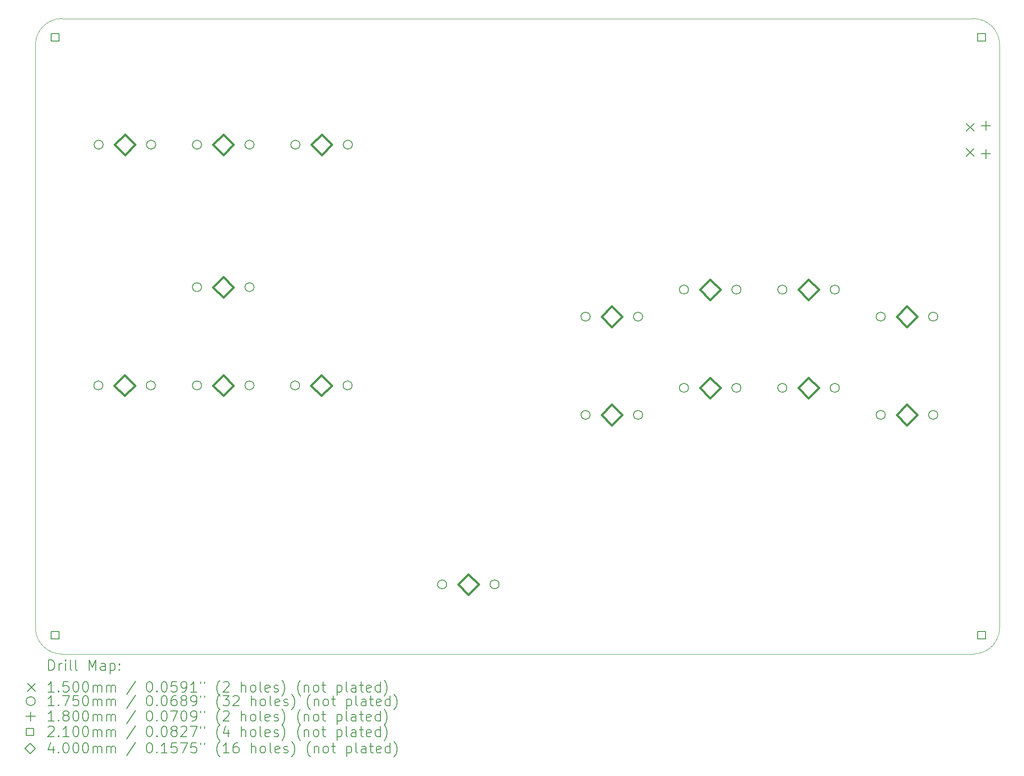
<source format=gbr>
%TF.GenerationSoftware,KiCad,Pcbnew,7.0.5*%
%TF.CreationDate,2023-06-07T11:29:59+08:00*%
%TF.ProjectId,JosEffigy-All-Keyboard-Mixbox,4a6f7345-6666-4696-9779-2d416c6c2d4b,rev?*%
%TF.SameCoordinates,Original*%
%TF.FileFunction,Drillmap*%
%TF.FilePolarity,Positive*%
%FSLAX45Y45*%
G04 Gerber Fmt 4.5, Leading zero omitted, Abs format (unit mm)*
G04 Created by KiCad (PCBNEW 7.0.5) date 2023-06-07 11:29:59*
%MOMM*%
%LPD*%
G01*
G04 APERTURE LIST*
%ADD10C,0.100000*%
%ADD11C,0.200000*%
%ADD12C,0.150000*%
%ADD13C,0.175000*%
%ADD14C,0.180000*%
%ADD15C,0.210000*%
%ADD16C,0.400000*%
G04 APERTURE END LIST*
D10*
X4699000Y-15494000D02*
G75*
G03*
X5207000Y-16002000I508000J0D01*
G01*
X5207000Y-16002000D02*
X22860000Y-16002000D01*
X5207000Y-3683000D02*
G75*
G03*
X4699000Y-4191000I0J-508000D01*
G01*
X22860000Y-16002000D02*
G75*
G03*
X23368000Y-15494000I0J508000D01*
G01*
X4699000Y-4191000D02*
X4699000Y-15494000D01*
X23368000Y-4191000D02*
G75*
G03*
X22860000Y-3683000I-508000J0D01*
G01*
X23368000Y-15494000D02*
X23368000Y-4191000D01*
X22860000Y-3683000D02*
X5207000Y-3683000D01*
D11*
D12*
X22723000Y-5715000D02*
X22873000Y-5865000D01*
X22873000Y-5715000D02*
X22723000Y-5865000D01*
X22723000Y-6200000D02*
X22873000Y-6350000D01*
X22873000Y-6200000D02*
X22723000Y-6350000D01*
D13*
X6003680Y-10795540D02*
G75*
G03*
X6003680Y-10795540I-87500J0D01*
G01*
X6008870Y-6127750D02*
G75*
G03*
X6008870Y-6127750I-87500J0D01*
G01*
X7019680Y-10795540D02*
G75*
G03*
X7019680Y-10795540I-87500J0D01*
G01*
X7024870Y-6127750D02*
G75*
G03*
X7024870Y-6127750I-87500J0D01*
G01*
X7913870Y-6127750D02*
G75*
G03*
X7913870Y-6127750I-87500J0D01*
G01*
X7913880Y-8890000D02*
G75*
G03*
X7913880Y-8890000I-87500J0D01*
G01*
X7913880Y-10795000D02*
G75*
G03*
X7913880Y-10795000I-87500J0D01*
G01*
X8929870Y-6127750D02*
G75*
G03*
X8929870Y-6127750I-87500J0D01*
G01*
X8929880Y-8890000D02*
G75*
G03*
X8929880Y-8890000I-87500J0D01*
G01*
X8929880Y-10795000D02*
G75*
G03*
X8929880Y-10795000I-87500J0D01*
G01*
X9813670Y-10795540D02*
G75*
G03*
X9813670Y-10795540I-87500J0D01*
G01*
X9818870Y-6127750D02*
G75*
G03*
X9818870Y-6127750I-87500J0D01*
G01*
X10829670Y-10795540D02*
G75*
G03*
X10829670Y-10795540I-87500J0D01*
G01*
X10834870Y-6127750D02*
G75*
G03*
X10834870Y-6127750I-87500J0D01*
G01*
X12660500Y-14652620D02*
G75*
G03*
X12660500Y-14652620I-87500J0D01*
G01*
X13676500Y-14652620D02*
G75*
G03*
X13676500Y-14652620I-87500J0D01*
G01*
X15438620Y-9461500D02*
G75*
G03*
X15438620Y-9461500I-87500J0D01*
G01*
X15438620Y-11366500D02*
G75*
G03*
X15438620Y-11366500I-87500J0D01*
G01*
X16454620Y-9461500D02*
G75*
G03*
X16454620Y-9461500I-87500J0D01*
G01*
X16454620Y-11366500D02*
G75*
G03*
X16454620Y-11366500I-87500J0D01*
G01*
X17343620Y-8937620D02*
G75*
G03*
X17343620Y-8937620I-87500J0D01*
G01*
X17343620Y-10842620D02*
G75*
G03*
X17343620Y-10842620I-87500J0D01*
G01*
X18359620Y-8937620D02*
G75*
G03*
X18359620Y-8937620I-87500J0D01*
G01*
X18359620Y-10842620D02*
G75*
G03*
X18359620Y-10842620I-87500J0D01*
G01*
X19248620Y-8937620D02*
G75*
G03*
X19248620Y-8937620I-87500J0D01*
G01*
X19248620Y-10842620D02*
G75*
G03*
X19248620Y-10842620I-87500J0D01*
G01*
X20264620Y-8937620D02*
G75*
G03*
X20264620Y-8937620I-87500J0D01*
G01*
X20264620Y-10842620D02*
G75*
G03*
X20264620Y-10842620I-87500J0D01*
G01*
X21153620Y-9461500D02*
G75*
G03*
X21153620Y-9461500I-87500J0D01*
G01*
X21153620Y-11366500D02*
G75*
G03*
X21153620Y-11366500I-87500J0D01*
G01*
X22169620Y-9461500D02*
G75*
G03*
X22169620Y-9461500I-87500J0D01*
G01*
X22169620Y-11366500D02*
G75*
G03*
X22169620Y-11366500I-87500J0D01*
G01*
D14*
X23101000Y-5670000D02*
X23101000Y-5850000D01*
X23011000Y-5760000D02*
X23191000Y-5760000D01*
X23101000Y-6215000D02*
X23101000Y-6395000D01*
X23011000Y-6305000D02*
X23191000Y-6305000D01*
D15*
X5154247Y-4122372D02*
X5154247Y-3973878D01*
X5005753Y-3973878D01*
X5005753Y-4122372D01*
X5154247Y-4122372D01*
X5154247Y-15711122D02*
X5154247Y-15562628D01*
X5005753Y-15562628D01*
X5005753Y-15711122D01*
X5154247Y-15711122D01*
X23092997Y-4122372D02*
X23092997Y-3973878D01*
X22944503Y-3973878D01*
X22944503Y-4122372D01*
X23092997Y-4122372D01*
X23092997Y-15711122D02*
X23092997Y-15562628D01*
X22944503Y-15562628D01*
X22944503Y-15711122D01*
X23092997Y-15711122D01*
D16*
X6424180Y-10995540D02*
X6624180Y-10795540D01*
X6424180Y-10595540D01*
X6224180Y-10795540D01*
X6424180Y-10995540D01*
X6429370Y-6327750D02*
X6629370Y-6127750D01*
X6429370Y-5927750D01*
X6229370Y-6127750D01*
X6429370Y-6327750D01*
X8334370Y-6327750D02*
X8534370Y-6127750D01*
X8334370Y-5927750D01*
X8134370Y-6127750D01*
X8334370Y-6327750D01*
X8334380Y-9090000D02*
X8534380Y-8890000D01*
X8334380Y-8690000D01*
X8134380Y-8890000D01*
X8334380Y-9090000D01*
X8334380Y-10995000D02*
X8534380Y-10795000D01*
X8334380Y-10595000D01*
X8134380Y-10795000D01*
X8334380Y-10995000D01*
X10234170Y-10995540D02*
X10434170Y-10795540D01*
X10234170Y-10595540D01*
X10034170Y-10795540D01*
X10234170Y-10995540D01*
X10239370Y-6327750D02*
X10439370Y-6127750D01*
X10239370Y-5927750D01*
X10039370Y-6127750D01*
X10239370Y-6327750D01*
X13081000Y-14852620D02*
X13281000Y-14652620D01*
X13081000Y-14452620D01*
X12881000Y-14652620D01*
X13081000Y-14852620D01*
X15859120Y-9661500D02*
X16059120Y-9461500D01*
X15859120Y-9261500D01*
X15659120Y-9461500D01*
X15859120Y-9661500D01*
X15859120Y-11566500D02*
X16059120Y-11366500D01*
X15859120Y-11166500D01*
X15659120Y-11366500D01*
X15859120Y-11566500D01*
X17764120Y-9137620D02*
X17964120Y-8937620D01*
X17764120Y-8737620D01*
X17564120Y-8937620D01*
X17764120Y-9137620D01*
X17764120Y-11042620D02*
X17964120Y-10842620D01*
X17764120Y-10642620D01*
X17564120Y-10842620D01*
X17764120Y-11042620D01*
X19669120Y-9137620D02*
X19869120Y-8937620D01*
X19669120Y-8737620D01*
X19469120Y-8937620D01*
X19669120Y-9137620D01*
X19669120Y-11042620D02*
X19869120Y-10842620D01*
X19669120Y-10642620D01*
X19469120Y-10842620D01*
X19669120Y-11042620D01*
X21574120Y-9661500D02*
X21774120Y-9461500D01*
X21574120Y-9261500D01*
X21374120Y-9461500D01*
X21574120Y-9661500D01*
X21574120Y-11566500D02*
X21774120Y-11366500D01*
X21574120Y-11166500D01*
X21374120Y-11366500D01*
X21574120Y-11566500D01*
D11*
X4954777Y-16318484D02*
X4954777Y-16118484D01*
X4954777Y-16118484D02*
X5002396Y-16118484D01*
X5002396Y-16118484D02*
X5030967Y-16128008D01*
X5030967Y-16128008D02*
X5050015Y-16147055D01*
X5050015Y-16147055D02*
X5059539Y-16166103D01*
X5059539Y-16166103D02*
X5069063Y-16204198D01*
X5069063Y-16204198D02*
X5069063Y-16232769D01*
X5069063Y-16232769D02*
X5059539Y-16270865D01*
X5059539Y-16270865D02*
X5050015Y-16289912D01*
X5050015Y-16289912D02*
X5030967Y-16308960D01*
X5030967Y-16308960D02*
X5002396Y-16318484D01*
X5002396Y-16318484D02*
X4954777Y-16318484D01*
X5154777Y-16318484D02*
X5154777Y-16185150D01*
X5154777Y-16223246D02*
X5164301Y-16204198D01*
X5164301Y-16204198D02*
X5173824Y-16194674D01*
X5173824Y-16194674D02*
X5192872Y-16185150D01*
X5192872Y-16185150D02*
X5211920Y-16185150D01*
X5278586Y-16318484D02*
X5278586Y-16185150D01*
X5278586Y-16118484D02*
X5269063Y-16128008D01*
X5269063Y-16128008D02*
X5278586Y-16137531D01*
X5278586Y-16137531D02*
X5288110Y-16128008D01*
X5288110Y-16128008D02*
X5278586Y-16118484D01*
X5278586Y-16118484D02*
X5278586Y-16137531D01*
X5402396Y-16318484D02*
X5383348Y-16308960D01*
X5383348Y-16308960D02*
X5373824Y-16289912D01*
X5373824Y-16289912D02*
X5373824Y-16118484D01*
X5507158Y-16318484D02*
X5488110Y-16308960D01*
X5488110Y-16308960D02*
X5478586Y-16289912D01*
X5478586Y-16289912D02*
X5478586Y-16118484D01*
X5735729Y-16318484D02*
X5735729Y-16118484D01*
X5735729Y-16118484D02*
X5802396Y-16261341D01*
X5802396Y-16261341D02*
X5869062Y-16118484D01*
X5869062Y-16118484D02*
X5869062Y-16318484D01*
X6050015Y-16318484D02*
X6050015Y-16213722D01*
X6050015Y-16213722D02*
X6040491Y-16194674D01*
X6040491Y-16194674D02*
X6021443Y-16185150D01*
X6021443Y-16185150D02*
X5983348Y-16185150D01*
X5983348Y-16185150D02*
X5964301Y-16194674D01*
X6050015Y-16308960D02*
X6030967Y-16318484D01*
X6030967Y-16318484D02*
X5983348Y-16318484D01*
X5983348Y-16318484D02*
X5964301Y-16308960D01*
X5964301Y-16308960D02*
X5954777Y-16289912D01*
X5954777Y-16289912D02*
X5954777Y-16270865D01*
X5954777Y-16270865D02*
X5964301Y-16251817D01*
X5964301Y-16251817D02*
X5983348Y-16242293D01*
X5983348Y-16242293D02*
X6030967Y-16242293D01*
X6030967Y-16242293D02*
X6050015Y-16232769D01*
X6145253Y-16185150D02*
X6145253Y-16385150D01*
X6145253Y-16194674D02*
X6164301Y-16185150D01*
X6164301Y-16185150D02*
X6202396Y-16185150D01*
X6202396Y-16185150D02*
X6221443Y-16194674D01*
X6221443Y-16194674D02*
X6230967Y-16204198D01*
X6230967Y-16204198D02*
X6240491Y-16223246D01*
X6240491Y-16223246D02*
X6240491Y-16280388D01*
X6240491Y-16280388D02*
X6230967Y-16299436D01*
X6230967Y-16299436D02*
X6221443Y-16308960D01*
X6221443Y-16308960D02*
X6202396Y-16318484D01*
X6202396Y-16318484D02*
X6164301Y-16318484D01*
X6164301Y-16318484D02*
X6145253Y-16308960D01*
X6326205Y-16299436D02*
X6335729Y-16308960D01*
X6335729Y-16308960D02*
X6326205Y-16318484D01*
X6326205Y-16318484D02*
X6316682Y-16308960D01*
X6316682Y-16308960D02*
X6326205Y-16299436D01*
X6326205Y-16299436D02*
X6326205Y-16318484D01*
X6326205Y-16194674D02*
X6335729Y-16204198D01*
X6335729Y-16204198D02*
X6326205Y-16213722D01*
X6326205Y-16213722D02*
X6316682Y-16204198D01*
X6316682Y-16204198D02*
X6326205Y-16194674D01*
X6326205Y-16194674D02*
X6326205Y-16213722D01*
D12*
X4544000Y-16572000D02*
X4694000Y-16722000D01*
X4694000Y-16572000D02*
X4544000Y-16722000D01*
D11*
X5059539Y-16738484D02*
X4945253Y-16738484D01*
X5002396Y-16738484D02*
X5002396Y-16538484D01*
X5002396Y-16538484D02*
X4983348Y-16567055D01*
X4983348Y-16567055D02*
X4964301Y-16586103D01*
X4964301Y-16586103D02*
X4945253Y-16595627D01*
X5145253Y-16719436D02*
X5154777Y-16728960D01*
X5154777Y-16728960D02*
X5145253Y-16738484D01*
X5145253Y-16738484D02*
X5135729Y-16728960D01*
X5135729Y-16728960D02*
X5145253Y-16719436D01*
X5145253Y-16719436D02*
X5145253Y-16738484D01*
X5335729Y-16538484D02*
X5240491Y-16538484D01*
X5240491Y-16538484D02*
X5230967Y-16633722D01*
X5230967Y-16633722D02*
X5240491Y-16624198D01*
X5240491Y-16624198D02*
X5259539Y-16614674D01*
X5259539Y-16614674D02*
X5307158Y-16614674D01*
X5307158Y-16614674D02*
X5326205Y-16624198D01*
X5326205Y-16624198D02*
X5335729Y-16633722D01*
X5335729Y-16633722D02*
X5345253Y-16652769D01*
X5345253Y-16652769D02*
X5345253Y-16700388D01*
X5345253Y-16700388D02*
X5335729Y-16719436D01*
X5335729Y-16719436D02*
X5326205Y-16728960D01*
X5326205Y-16728960D02*
X5307158Y-16738484D01*
X5307158Y-16738484D02*
X5259539Y-16738484D01*
X5259539Y-16738484D02*
X5240491Y-16728960D01*
X5240491Y-16728960D02*
X5230967Y-16719436D01*
X5469063Y-16538484D02*
X5488110Y-16538484D01*
X5488110Y-16538484D02*
X5507158Y-16548008D01*
X5507158Y-16548008D02*
X5516682Y-16557531D01*
X5516682Y-16557531D02*
X5526205Y-16576579D01*
X5526205Y-16576579D02*
X5535729Y-16614674D01*
X5535729Y-16614674D02*
X5535729Y-16662293D01*
X5535729Y-16662293D02*
X5526205Y-16700388D01*
X5526205Y-16700388D02*
X5516682Y-16719436D01*
X5516682Y-16719436D02*
X5507158Y-16728960D01*
X5507158Y-16728960D02*
X5488110Y-16738484D01*
X5488110Y-16738484D02*
X5469063Y-16738484D01*
X5469063Y-16738484D02*
X5450015Y-16728960D01*
X5450015Y-16728960D02*
X5440491Y-16719436D01*
X5440491Y-16719436D02*
X5430967Y-16700388D01*
X5430967Y-16700388D02*
X5421444Y-16662293D01*
X5421444Y-16662293D02*
X5421444Y-16614674D01*
X5421444Y-16614674D02*
X5430967Y-16576579D01*
X5430967Y-16576579D02*
X5440491Y-16557531D01*
X5440491Y-16557531D02*
X5450015Y-16548008D01*
X5450015Y-16548008D02*
X5469063Y-16538484D01*
X5659539Y-16538484D02*
X5678586Y-16538484D01*
X5678586Y-16538484D02*
X5697634Y-16548008D01*
X5697634Y-16548008D02*
X5707158Y-16557531D01*
X5707158Y-16557531D02*
X5716682Y-16576579D01*
X5716682Y-16576579D02*
X5726205Y-16614674D01*
X5726205Y-16614674D02*
X5726205Y-16662293D01*
X5726205Y-16662293D02*
X5716682Y-16700388D01*
X5716682Y-16700388D02*
X5707158Y-16719436D01*
X5707158Y-16719436D02*
X5697634Y-16728960D01*
X5697634Y-16728960D02*
X5678586Y-16738484D01*
X5678586Y-16738484D02*
X5659539Y-16738484D01*
X5659539Y-16738484D02*
X5640491Y-16728960D01*
X5640491Y-16728960D02*
X5630967Y-16719436D01*
X5630967Y-16719436D02*
X5621443Y-16700388D01*
X5621443Y-16700388D02*
X5611920Y-16662293D01*
X5611920Y-16662293D02*
X5611920Y-16614674D01*
X5611920Y-16614674D02*
X5621443Y-16576579D01*
X5621443Y-16576579D02*
X5630967Y-16557531D01*
X5630967Y-16557531D02*
X5640491Y-16548008D01*
X5640491Y-16548008D02*
X5659539Y-16538484D01*
X5811920Y-16738484D02*
X5811920Y-16605150D01*
X5811920Y-16624198D02*
X5821443Y-16614674D01*
X5821443Y-16614674D02*
X5840491Y-16605150D01*
X5840491Y-16605150D02*
X5869063Y-16605150D01*
X5869063Y-16605150D02*
X5888110Y-16614674D01*
X5888110Y-16614674D02*
X5897634Y-16633722D01*
X5897634Y-16633722D02*
X5897634Y-16738484D01*
X5897634Y-16633722D02*
X5907158Y-16614674D01*
X5907158Y-16614674D02*
X5926205Y-16605150D01*
X5926205Y-16605150D02*
X5954777Y-16605150D01*
X5954777Y-16605150D02*
X5973824Y-16614674D01*
X5973824Y-16614674D02*
X5983348Y-16633722D01*
X5983348Y-16633722D02*
X5983348Y-16738484D01*
X6078586Y-16738484D02*
X6078586Y-16605150D01*
X6078586Y-16624198D02*
X6088110Y-16614674D01*
X6088110Y-16614674D02*
X6107158Y-16605150D01*
X6107158Y-16605150D02*
X6135729Y-16605150D01*
X6135729Y-16605150D02*
X6154777Y-16614674D01*
X6154777Y-16614674D02*
X6164301Y-16633722D01*
X6164301Y-16633722D02*
X6164301Y-16738484D01*
X6164301Y-16633722D02*
X6173824Y-16614674D01*
X6173824Y-16614674D02*
X6192872Y-16605150D01*
X6192872Y-16605150D02*
X6221443Y-16605150D01*
X6221443Y-16605150D02*
X6240491Y-16614674D01*
X6240491Y-16614674D02*
X6250015Y-16633722D01*
X6250015Y-16633722D02*
X6250015Y-16738484D01*
X6640491Y-16528960D02*
X6469063Y-16786103D01*
X6897634Y-16538484D02*
X6916682Y-16538484D01*
X6916682Y-16538484D02*
X6935729Y-16548008D01*
X6935729Y-16548008D02*
X6945253Y-16557531D01*
X6945253Y-16557531D02*
X6954777Y-16576579D01*
X6954777Y-16576579D02*
X6964301Y-16614674D01*
X6964301Y-16614674D02*
X6964301Y-16662293D01*
X6964301Y-16662293D02*
X6954777Y-16700388D01*
X6954777Y-16700388D02*
X6945253Y-16719436D01*
X6945253Y-16719436D02*
X6935729Y-16728960D01*
X6935729Y-16728960D02*
X6916682Y-16738484D01*
X6916682Y-16738484D02*
X6897634Y-16738484D01*
X6897634Y-16738484D02*
X6878586Y-16728960D01*
X6878586Y-16728960D02*
X6869063Y-16719436D01*
X6869063Y-16719436D02*
X6859539Y-16700388D01*
X6859539Y-16700388D02*
X6850015Y-16662293D01*
X6850015Y-16662293D02*
X6850015Y-16614674D01*
X6850015Y-16614674D02*
X6859539Y-16576579D01*
X6859539Y-16576579D02*
X6869063Y-16557531D01*
X6869063Y-16557531D02*
X6878586Y-16548008D01*
X6878586Y-16548008D02*
X6897634Y-16538484D01*
X7050015Y-16719436D02*
X7059539Y-16728960D01*
X7059539Y-16728960D02*
X7050015Y-16738484D01*
X7050015Y-16738484D02*
X7040491Y-16728960D01*
X7040491Y-16728960D02*
X7050015Y-16719436D01*
X7050015Y-16719436D02*
X7050015Y-16738484D01*
X7183348Y-16538484D02*
X7202396Y-16538484D01*
X7202396Y-16538484D02*
X7221444Y-16548008D01*
X7221444Y-16548008D02*
X7230967Y-16557531D01*
X7230967Y-16557531D02*
X7240491Y-16576579D01*
X7240491Y-16576579D02*
X7250015Y-16614674D01*
X7250015Y-16614674D02*
X7250015Y-16662293D01*
X7250015Y-16662293D02*
X7240491Y-16700388D01*
X7240491Y-16700388D02*
X7230967Y-16719436D01*
X7230967Y-16719436D02*
X7221444Y-16728960D01*
X7221444Y-16728960D02*
X7202396Y-16738484D01*
X7202396Y-16738484D02*
X7183348Y-16738484D01*
X7183348Y-16738484D02*
X7164301Y-16728960D01*
X7164301Y-16728960D02*
X7154777Y-16719436D01*
X7154777Y-16719436D02*
X7145253Y-16700388D01*
X7145253Y-16700388D02*
X7135729Y-16662293D01*
X7135729Y-16662293D02*
X7135729Y-16614674D01*
X7135729Y-16614674D02*
X7145253Y-16576579D01*
X7145253Y-16576579D02*
X7154777Y-16557531D01*
X7154777Y-16557531D02*
X7164301Y-16548008D01*
X7164301Y-16548008D02*
X7183348Y-16538484D01*
X7430967Y-16538484D02*
X7335729Y-16538484D01*
X7335729Y-16538484D02*
X7326206Y-16633722D01*
X7326206Y-16633722D02*
X7335729Y-16624198D01*
X7335729Y-16624198D02*
X7354777Y-16614674D01*
X7354777Y-16614674D02*
X7402396Y-16614674D01*
X7402396Y-16614674D02*
X7421444Y-16624198D01*
X7421444Y-16624198D02*
X7430967Y-16633722D01*
X7430967Y-16633722D02*
X7440491Y-16652769D01*
X7440491Y-16652769D02*
X7440491Y-16700388D01*
X7440491Y-16700388D02*
X7430967Y-16719436D01*
X7430967Y-16719436D02*
X7421444Y-16728960D01*
X7421444Y-16728960D02*
X7402396Y-16738484D01*
X7402396Y-16738484D02*
X7354777Y-16738484D01*
X7354777Y-16738484D02*
X7335729Y-16728960D01*
X7335729Y-16728960D02*
X7326206Y-16719436D01*
X7535729Y-16738484D02*
X7573825Y-16738484D01*
X7573825Y-16738484D02*
X7592872Y-16728960D01*
X7592872Y-16728960D02*
X7602396Y-16719436D01*
X7602396Y-16719436D02*
X7621444Y-16690865D01*
X7621444Y-16690865D02*
X7630967Y-16652769D01*
X7630967Y-16652769D02*
X7630967Y-16576579D01*
X7630967Y-16576579D02*
X7621444Y-16557531D01*
X7621444Y-16557531D02*
X7611920Y-16548008D01*
X7611920Y-16548008D02*
X7592872Y-16538484D01*
X7592872Y-16538484D02*
X7554777Y-16538484D01*
X7554777Y-16538484D02*
X7535729Y-16548008D01*
X7535729Y-16548008D02*
X7526206Y-16557531D01*
X7526206Y-16557531D02*
X7516682Y-16576579D01*
X7516682Y-16576579D02*
X7516682Y-16624198D01*
X7516682Y-16624198D02*
X7526206Y-16643246D01*
X7526206Y-16643246D02*
X7535729Y-16652769D01*
X7535729Y-16652769D02*
X7554777Y-16662293D01*
X7554777Y-16662293D02*
X7592872Y-16662293D01*
X7592872Y-16662293D02*
X7611920Y-16652769D01*
X7611920Y-16652769D02*
X7621444Y-16643246D01*
X7621444Y-16643246D02*
X7630967Y-16624198D01*
X7821444Y-16738484D02*
X7707158Y-16738484D01*
X7764301Y-16738484D02*
X7764301Y-16538484D01*
X7764301Y-16538484D02*
X7745253Y-16567055D01*
X7745253Y-16567055D02*
X7726206Y-16586103D01*
X7726206Y-16586103D02*
X7707158Y-16595627D01*
X7897634Y-16538484D02*
X7897634Y-16576579D01*
X7973825Y-16538484D02*
X7973825Y-16576579D01*
X8269063Y-16814674D02*
X8259539Y-16805150D01*
X8259539Y-16805150D02*
X8240491Y-16776579D01*
X8240491Y-16776579D02*
X8230968Y-16757531D01*
X8230968Y-16757531D02*
X8221444Y-16728960D01*
X8221444Y-16728960D02*
X8211920Y-16681341D01*
X8211920Y-16681341D02*
X8211920Y-16643246D01*
X8211920Y-16643246D02*
X8221444Y-16595627D01*
X8221444Y-16595627D02*
X8230968Y-16567055D01*
X8230968Y-16567055D02*
X8240491Y-16548008D01*
X8240491Y-16548008D02*
X8259539Y-16519436D01*
X8259539Y-16519436D02*
X8269063Y-16509912D01*
X8335729Y-16557531D02*
X8345253Y-16548008D01*
X8345253Y-16548008D02*
X8364301Y-16538484D01*
X8364301Y-16538484D02*
X8411920Y-16538484D01*
X8411920Y-16538484D02*
X8430968Y-16548008D01*
X8430968Y-16548008D02*
X8440491Y-16557531D01*
X8440491Y-16557531D02*
X8450015Y-16576579D01*
X8450015Y-16576579D02*
X8450015Y-16595627D01*
X8450015Y-16595627D02*
X8440491Y-16624198D01*
X8440491Y-16624198D02*
X8326206Y-16738484D01*
X8326206Y-16738484D02*
X8450015Y-16738484D01*
X8688111Y-16738484D02*
X8688111Y-16538484D01*
X8773825Y-16738484D02*
X8773825Y-16633722D01*
X8773825Y-16633722D02*
X8764301Y-16614674D01*
X8764301Y-16614674D02*
X8745253Y-16605150D01*
X8745253Y-16605150D02*
X8716682Y-16605150D01*
X8716682Y-16605150D02*
X8697634Y-16614674D01*
X8697634Y-16614674D02*
X8688111Y-16624198D01*
X8897634Y-16738484D02*
X8878587Y-16728960D01*
X8878587Y-16728960D02*
X8869063Y-16719436D01*
X8869063Y-16719436D02*
X8859539Y-16700388D01*
X8859539Y-16700388D02*
X8859539Y-16643246D01*
X8859539Y-16643246D02*
X8869063Y-16624198D01*
X8869063Y-16624198D02*
X8878587Y-16614674D01*
X8878587Y-16614674D02*
X8897634Y-16605150D01*
X8897634Y-16605150D02*
X8926206Y-16605150D01*
X8926206Y-16605150D02*
X8945253Y-16614674D01*
X8945253Y-16614674D02*
X8954777Y-16624198D01*
X8954777Y-16624198D02*
X8964301Y-16643246D01*
X8964301Y-16643246D02*
X8964301Y-16700388D01*
X8964301Y-16700388D02*
X8954777Y-16719436D01*
X8954777Y-16719436D02*
X8945253Y-16728960D01*
X8945253Y-16728960D02*
X8926206Y-16738484D01*
X8926206Y-16738484D02*
X8897634Y-16738484D01*
X9078587Y-16738484D02*
X9059539Y-16728960D01*
X9059539Y-16728960D02*
X9050015Y-16709912D01*
X9050015Y-16709912D02*
X9050015Y-16538484D01*
X9230968Y-16728960D02*
X9211920Y-16738484D01*
X9211920Y-16738484D02*
X9173825Y-16738484D01*
X9173825Y-16738484D02*
X9154777Y-16728960D01*
X9154777Y-16728960D02*
X9145253Y-16709912D01*
X9145253Y-16709912D02*
X9145253Y-16633722D01*
X9145253Y-16633722D02*
X9154777Y-16614674D01*
X9154777Y-16614674D02*
X9173825Y-16605150D01*
X9173825Y-16605150D02*
X9211920Y-16605150D01*
X9211920Y-16605150D02*
X9230968Y-16614674D01*
X9230968Y-16614674D02*
X9240492Y-16633722D01*
X9240492Y-16633722D02*
X9240492Y-16652769D01*
X9240492Y-16652769D02*
X9145253Y-16671817D01*
X9316682Y-16728960D02*
X9335730Y-16738484D01*
X9335730Y-16738484D02*
X9373825Y-16738484D01*
X9373825Y-16738484D02*
X9392873Y-16728960D01*
X9392873Y-16728960D02*
X9402396Y-16709912D01*
X9402396Y-16709912D02*
X9402396Y-16700388D01*
X9402396Y-16700388D02*
X9392873Y-16681341D01*
X9392873Y-16681341D02*
X9373825Y-16671817D01*
X9373825Y-16671817D02*
X9345253Y-16671817D01*
X9345253Y-16671817D02*
X9326206Y-16662293D01*
X9326206Y-16662293D02*
X9316682Y-16643246D01*
X9316682Y-16643246D02*
X9316682Y-16633722D01*
X9316682Y-16633722D02*
X9326206Y-16614674D01*
X9326206Y-16614674D02*
X9345253Y-16605150D01*
X9345253Y-16605150D02*
X9373825Y-16605150D01*
X9373825Y-16605150D02*
X9392873Y-16614674D01*
X9469063Y-16814674D02*
X9478587Y-16805150D01*
X9478587Y-16805150D02*
X9497634Y-16776579D01*
X9497634Y-16776579D02*
X9507158Y-16757531D01*
X9507158Y-16757531D02*
X9516682Y-16728960D01*
X9516682Y-16728960D02*
X9526206Y-16681341D01*
X9526206Y-16681341D02*
X9526206Y-16643246D01*
X9526206Y-16643246D02*
X9516682Y-16595627D01*
X9516682Y-16595627D02*
X9507158Y-16567055D01*
X9507158Y-16567055D02*
X9497634Y-16548008D01*
X9497634Y-16548008D02*
X9478587Y-16519436D01*
X9478587Y-16519436D02*
X9469063Y-16509912D01*
X9830968Y-16814674D02*
X9821444Y-16805150D01*
X9821444Y-16805150D02*
X9802396Y-16776579D01*
X9802396Y-16776579D02*
X9792873Y-16757531D01*
X9792873Y-16757531D02*
X9783349Y-16728960D01*
X9783349Y-16728960D02*
X9773825Y-16681341D01*
X9773825Y-16681341D02*
X9773825Y-16643246D01*
X9773825Y-16643246D02*
X9783349Y-16595627D01*
X9783349Y-16595627D02*
X9792873Y-16567055D01*
X9792873Y-16567055D02*
X9802396Y-16548008D01*
X9802396Y-16548008D02*
X9821444Y-16519436D01*
X9821444Y-16519436D02*
X9830968Y-16509912D01*
X9907158Y-16605150D02*
X9907158Y-16738484D01*
X9907158Y-16624198D02*
X9916682Y-16614674D01*
X9916682Y-16614674D02*
X9935730Y-16605150D01*
X9935730Y-16605150D02*
X9964301Y-16605150D01*
X9964301Y-16605150D02*
X9983349Y-16614674D01*
X9983349Y-16614674D02*
X9992873Y-16633722D01*
X9992873Y-16633722D02*
X9992873Y-16738484D01*
X10116682Y-16738484D02*
X10097634Y-16728960D01*
X10097634Y-16728960D02*
X10088111Y-16719436D01*
X10088111Y-16719436D02*
X10078587Y-16700388D01*
X10078587Y-16700388D02*
X10078587Y-16643246D01*
X10078587Y-16643246D02*
X10088111Y-16624198D01*
X10088111Y-16624198D02*
X10097634Y-16614674D01*
X10097634Y-16614674D02*
X10116682Y-16605150D01*
X10116682Y-16605150D02*
X10145254Y-16605150D01*
X10145254Y-16605150D02*
X10164301Y-16614674D01*
X10164301Y-16614674D02*
X10173825Y-16624198D01*
X10173825Y-16624198D02*
X10183349Y-16643246D01*
X10183349Y-16643246D02*
X10183349Y-16700388D01*
X10183349Y-16700388D02*
X10173825Y-16719436D01*
X10173825Y-16719436D02*
X10164301Y-16728960D01*
X10164301Y-16728960D02*
X10145254Y-16738484D01*
X10145254Y-16738484D02*
X10116682Y-16738484D01*
X10240492Y-16605150D02*
X10316682Y-16605150D01*
X10269063Y-16538484D02*
X10269063Y-16709912D01*
X10269063Y-16709912D02*
X10278587Y-16728960D01*
X10278587Y-16728960D02*
X10297634Y-16738484D01*
X10297634Y-16738484D02*
X10316682Y-16738484D01*
X10535730Y-16605150D02*
X10535730Y-16805150D01*
X10535730Y-16614674D02*
X10554777Y-16605150D01*
X10554777Y-16605150D02*
X10592873Y-16605150D01*
X10592873Y-16605150D02*
X10611920Y-16614674D01*
X10611920Y-16614674D02*
X10621444Y-16624198D01*
X10621444Y-16624198D02*
X10630968Y-16643246D01*
X10630968Y-16643246D02*
X10630968Y-16700388D01*
X10630968Y-16700388D02*
X10621444Y-16719436D01*
X10621444Y-16719436D02*
X10611920Y-16728960D01*
X10611920Y-16728960D02*
X10592873Y-16738484D01*
X10592873Y-16738484D02*
X10554777Y-16738484D01*
X10554777Y-16738484D02*
X10535730Y-16728960D01*
X10745254Y-16738484D02*
X10726206Y-16728960D01*
X10726206Y-16728960D02*
X10716682Y-16709912D01*
X10716682Y-16709912D02*
X10716682Y-16538484D01*
X10907158Y-16738484D02*
X10907158Y-16633722D01*
X10907158Y-16633722D02*
X10897635Y-16614674D01*
X10897635Y-16614674D02*
X10878587Y-16605150D01*
X10878587Y-16605150D02*
X10840492Y-16605150D01*
X10840492Y-16605150D02*
X10821444Y-16614674D01*
X10907158Y-16728960D02*
X10888111Y-16738484D01*
X10888111Y-16738484D02*
X10840492Y-16738484D01*
X10840492Y-16738484D02*
X10821444Y-16728960D01*
X10821444Y-16728960D02*
X10811920Y-16709912D01*
X10811920Y-16709912D02*
X10811920Y-16690865D01*
X10811920Y-16690865D02*
X10821444Y-16671817D01*
X10821444Y-16671817D02*
X10840492Y-16662293D01*
X10840492Y-16662293D02*
X10888111Y-16662293D01*
X10888111Y-16662293D02*
X10907158Y-16652769D01*
X10973825Y-16605150D02*
X11050015Y-16605150D01*
X11002396Y-16538484D02*
X11002396Y-16709912D01*
X11002396Y-16709912D02*
X11011920Y-16728960D01*
X11011920Y-16728960D02*
X11030968Y-16738484D01*
X11030968Y-16738484D02*
X11050015Y-16738484D01*
X11192873Y-16728960D02*
X11173825Y-16738484D01*
X11173825Y-16738484D02*
X11135730Y-16738484D01*
X11135730Y-16738484D02*
X11116682Y-16728960D01*
X11116682Y-16728960D02*
X11107158Y-16709912D01*
X11107158Y-16709912D02*
X11107158Y-16633722D01*
X11107158Y-16633722D02*
X11116682Y-16614674D01*
X11116682Y-16614674D02*
X11135730Y-16605150D01*
X11135730Y-16605150D02*
X11173825Y-16605150D01*
X11173825Y-16605150D02*
X11192873Y-16614674D01*
X11192873Y-16614674D02*
X11202396Y-16633722D01*
X11202396Y-16633722D02*
X11202396Y-16652769D01*
X11202396Y-16652769D02*
X11107158Y-16671817D01*
X11373825Y-16738484D02*
X11373825Y-16538484D01*
X11373825Y-16728960D02*
X11354777Y-16738484D01*
X11354777Y-16738484D02*
X11316682Y-16738484D01*
X11316682Y-16738484D02*
X11297634Y-16728960D01*
X11297634Y-16728960D02*
X11288111Y-16719436D01*
X11288111Y-16719436D02*
X11278587Y-16700388D01*
X11278587Y-16700388D02*
X11278587Y-16643246D01*
X11278587Y-16643246D02*
X11288111Y-16624198D01*
X11288111Y-16624198D02*
X11297634Y-16614674D01*
X11297634Y-16614674D02*
X11316682Y-16605150D01*
X11316682Y-16605150D02*
X11354777Y-16605150D01*
X11354777Y-16605150D02*
X11373825Y-16614674D01*
X11450015Y-16814674D02*
X11459539Y-16805150D01*
X11459539Y-16805150D02*
X11478587Y-16776579D01*
X11478587Y-16776579D02*
X11488111Y-16757531D01*
X11488111Y-16757531D02*
X11497634Y-16728960D01*
X11497634Y-16728960D02*
X11507158Y-16681341D01*
X11507158Y-16681341D02*
X11507158Y-16643246D01*
X11507158Y-16643246D02*
X11497634Y-16595627D01*
X11497634Y-16595627D02*
X11488111Y-16567055D01*
X11488111Y-16567055D02*
X11478587Y-16548008D01*
X11478587Y-16548008D02*
X11459539Y-16519436D01*
X11459539Y-16519436D02*
X11450015Y-16509912D01*
D13*
X4694000Y-16917000D02*
G75*
G03*
X4694000Y-16917000I-87500J0D01*
G01*
D11*
X5059539Y-17008484D02*
X4945253Y-17008484D01*
X5002396Y-17008484D02*
X5002396Y-16808484D01*
X5002396Y-16808484D02*
X4983348Y-16837055D01*
X4983348Y-16837055D02*
X4964301Y-16856103D01*
X4964301Y-16856103D02*
X4945253Y-16865627D01*
X5145253Y-16989436D02*
X5154777Y-16998960D01*
X5154777Y-16998960D02*
X5145253Y-17008484D01*
X5145253Y-17008484D02*
X5135729Y-16998960D01*
X5135729Y-16998960D02*
X5145253Y-16989436D01*
X5145253Y-16989436D02*
X5145253Y-17008484D01*
X5221444Y-16808484D02*
X5354777Y-16808484D01*
X5354777Y-16808484D02*
X5269063Y-17008484D01*
X5526205Y-16808484D02*
X5430967Y-16808484D01*
X5430967Y-16808484D02*
X5421444Y-16903722D01*
X5421444Y-16903722D02*
X5430967Y-16894198D01*
X5430967Y-16894198D02*
X5450015Y-16884674D01*
X5450015Y-16884674D02*
X5497634Y-16884674D01*
X5497634Y-16884674D02*
X5516682Y-16894198D01*
X5516682Y-16894198D02*
X5526205Y-16903722D01*
X5526205Y-16903722D02*
X5535729Y-16922770D01*
X5535729Y-16922770D02*
X5535729Y-16970389D01*
X5535729Y-16970389D02*
X5526205Y-16989436D01*
X5526205Y-16989436D02*
X5516682Y-16998960D01*
X5516682Y-16998960D02*
X5497634Y-17008484D01*
X5497634Y-17008484D02*
X5450015Y-17008484D01*
X5450015Y-17008484D02*
X5430967Y-16998960D01*
X5430967Y-16998960D02*
X5421444Y-16989436D01*
X5659539Y-16808484D02*
X5678586Y-16808484D01*
X5678586Y-16808484D02*
X5697634Y-16818008D01*
X5697634Y-16818008D02*
X5707158Y-16827531D01*
X5707158Y-16827531D02*
X5716682Y-16846579D01*
X5716682Y-16846579D02*
X5726205Y-16884674D01*
X5726205Y-16884674D02*
X5726205Y-16932293D01*
X5726205Y-16932293D02*
X5716682Y-16970389D01*
X5716682Y-16970389D02*
X5707158Y-16989436D01*
X5707158Y-16989436D02*
X5697634Y-16998960D01*
X5697634Y-16998960D02*
X5678586Y-17008484D01*
X5678586Y-17008484D02*
X5659539Y-17008484D01*
X5659539Y-17008484D02*
X5640491Y-16998960D01*
X5640491Y-16998960D02*
X5630967Y-16989436D01*
X5630967Y-16989436D02*
X5621443Y-16970389D01*
X5621443Y-16970389D02*
X5611920Y-16932293D01*
X5611920Y-16932293D02*
X5611920Y-16884674D01*
X5611920Y-16884674D02*
X5621443Y-16846579D01*
X5621443Y-16846579D02*
X5630967Y-16827531D01*
X5630967Y-16827531D02*
X5640491Y-16818008D01*
X5640491Y-16818008D02*
X5659539Y-16808484D01*
X5811920Y-17008484D02*
X5811920Y-16875150D01*
X5811920Y-16894198D02*
X5821443Y-16884674D01*
X5821443Y-16884674D02*
X5840491Y-16875150D01*
X5840491Y-16875150D02*
X5869063Y-16875150D01*
X5869063Y-16875150D02*
X5888110Y-16884674D01*
X5888110Y-16884674D02*
X5897634Y-16903722D01*
X5897634Y-16903722D02*
X5897634Y-17008484D01*
X5897634Y-16903722D02*
X5907158Y-16884674D01*
X5907158Y-16884674D02*
X5926205Y-16875150D01*
X5926205Y-16875150D02*
X5954777Y-16875150D01*
X5954777Y-16875150D02*
X5973824Y-16884674D01*
X5973824Y-16884674D02*
X5983348Y-16903722D01*
X5983348Y-16903722D02*
X5983348Y-17008484D01*
X6078586Y-17008484D02*
X6078586Y-16875150D01*
X6078586Y-16894198D02*
X6088110Y-16884674D01*
X6088110Y-16884674D02*
X6107158Y-16875150D01*
X6107158Y-16875150D02*
X6135729Y-16875150D01*
X6135729Y-16875150D02*
X6154777Y-16884674D01*
X6154777Y-16884674D02*
X6164301Y-16903722D01*
X6164301Y-16903722D02*
X6164301Y-17008484D01*
X6164301Y-16903722D02*
X6173824Y-16884674D01*
X6173824Y-16884674D02*
X6192872Y-16875150D01*
X6192872Y-16875150D02*
X6221443Y-16875150D01*
X6221443Y-16875150D02*
X6240491Y-16884674D01*
X6240491Y-16884674D02*
X6250015Y-16903722D01*
X6250015Y-16903722D02*
X6250015Y-17008484D01*
X6640491Y-16798960D02*
X6469063Y-17056103D01*
X6897634Y-16808484D02*
X6916682Y-16808484D01*
X6916682Y-16808484D02*
X6935729Y-16818008D01*
X6935729Y-16818008D02*
X6945253Y-16827531D01*
X6945253Y-16827531D02*
X6954777Y-16846579D01*
X6954777Y-16846579D02*
X6964301Y-16884674D01*
X6964301Y-16884674D02*
X6964301Y-16932293D01*
X6964301Y-16932293D02*
X6954777Y-16970389D01*
X6954777Y-16970389D02*
X6945253Y-16989436D01*
X6945253Y-16989436D02*
X6935729Y-16998960D01*
X6935729Y-16998960D02*
X6916682Y-17008484D01*
X6916682Y-17008484D02*
X6897634Y-17008484D01*
X6897634Y-17008484D02*
X6878586Y-16998960D01*
X6878586Y-16998960D02*
X6869063Y-16989436D01*
X6869063Y-16989436D02*
X6859539Y-16970389D01*
X6859539Y-16970389D02*
X6850015Y-16932293D01*
X6850015Y-16932293D02*
X6850015Y-16884674D01*
X6850015Y-16884674D02*
X6859539Y-16846579D01*
X6859539Y-16846579D02*
X6869063Y-16827531D01*
X6869063Y-16827531D02*
X6878586Y-16818008D01*
X6878586Y-16818008D02*
X6897634Y-16808484D01*
X7050015Y-16989436D02*
X7059539Y-16998960D01*
X7059539Y-16998960D02*
X7050015Y-17008484D01*
X7050015Y-17008484D02*
X7040491Y-16998960D01*
X7040491Y-16998960D02*
X7050015Y-16989436D01*
X7050015Y-16989436D02*
X7050015Y-17008484D01*
X7183348Y-16808484D02*
X7202396Y-16808484D01*
X7202396Y-16808484D02*
X7221444Y-16818008D01*
X7221444Y-16818008D02*
X7230967Y-16827531D01*
X7230967Y-16827531D02*
X7240491Y-16846579D01*
X7240491Y-16846579D02*
X7250015Y-16884674D01*
X7250015Y-16884674D02*
X7250015Y-16932293D01*
X7250015Y-16932293D02*
X7240491Y-16970389D01*
X7240491Y-16970389D02*
X7230967Y-16989436D01*
X7230967Y-16989436D02*
X7221444Y-16998960D01*
X7221444Y-16998960D02*
X7202396Y-17008484D01*
X7202396Y-17008484D02*
X7183348Y-17008484D01*
X7183348Y-17008484D02*
X7164301Y-16998960D01*
X7164301Y-16998960D02*
X7154777Y-16989436D01*
X7154777Y-16989436D02*
X7145253Y-16970389D01*
X7145253Y-16970389D02*
X7135729Y-16932293D01*
X7135729Y-16932293D02*
X7135729Y-16884674D01*
X7135729Y-16884674D02*
X7145253Y-16846579D01*
X7145253Y-16846579D02*
X7154777Y-16827531D01*
X7154777Y-16827531D02*
X7164301Y-16818008D01*
X7164301Y-16818008D02*
X7183348Y-16808484D01*
X7421444Y-16808484D02*
X7383348Y-16808484D01*
X7383348Y-16808484D02*
X7364301Y-16818008D01*
X7364301Y-16818008D02*
X7354777Y-16827531D01*
X7354777Y-16827531D02*
X7335729Y-16856103D01*
X7335729Y-16856103D02*
X7326206Y-16894198D01*
X7326206Y-16894198D02*
X7326206Y-16970389D01*
X7326206Y-16970389D02*
X7335729Y-16989436D01*
X7335729Y-16989436D02*
X7345253Y-16998960D01*
X7345253Y-16998960D02*
X7364301Y-17008484D01*
X7364301Y-17008484D02*
X7402396Y-17008484D01*
X7402396Y-17008484D02*
X7421444Y-16998960D01*
X7421444Y-16998960D02*
X7430967Y-16989436D01*
X7430967Y-16989436D02*
X7440491Y-16970389D01*
X7440491Y-16970389D02*
X7440491Y-16922770D01*
X7440491Y-16922770D02*
X7430967Y-16903722D01*
X7430967Y-16903722D02*
X7421444Y-16894198D01*
X7421444Y-16894198D02*
X7402396Y-16884674D01*
X7402396Y-16884674D02*
X7364301Y-16884674D01*
X7364301Y-16884674D02*
X7345253Y-16894198D01*
X7345253Y-16894198D02*
X7335729Y-16903722D01*
X7335729Y-16903722D02*
X7326206Y-16922770D01*
X7554777Y-16894198D02*
X7535729Y-16884674D01*
X7535729Y-16884674D02*
X7526206Y-16875150D01*
X7526206Y-16875150D02*
X7516682Y-16856103D01*
X7516682Y-16856103D02*
X7516682Y-16846579D01*
X7516682Y-16846579D02*
X7526206Y-16827531D01*
X7526206Y-16827531D02*
X7535729Y-16818008D01*
X7535729Y-16818008D02*
X7554777Y-16808484D01*
X7554777Y-16808484D02*
X7592872Y-16808484D01*
X7592872Y-16808484D02*
X7611920Y-16818008D01*
X7611920Y-16818008D02*
X7621444Y-16827531D01*
X7621444Y-16827531D02*
X7630967Y-16846579D01*
X7630967Y-16846579D02*
X7630967Y-16856103D01*
X7630967Y-16856103D02*
X7621444Y-16875150D01*
X7621444Y-16875150D02*
X7611920Y-16884674D01*
X7611920Y-16884674D02*
X7592872Y-16894198D01*
X7592872Y-16894198D02*
X7554777Y-16894198D01*
X7554777Y-16894198D02*
X7535729Y-16903722D01*
X7535729Y-16903722D02*
X7526206Y-16913246D01*
X7526206Y-16913246D02*
X7516682Y-16932293D01*
X7516682Y-16932293D02*
X7516682Y-16970389D01*
X7516682Y-16970389D02*
X7526206Y-16989436D01*
X7526206Y-16989436D02*
X7535729Y-16998960D01*
X7535729Y-16998960D02*
X7554777Y-17008484D01*
X7554777Y-17008484D02*
X7592872Y-17008484D01*
X7592872Y-17008484D02*
X7611920Y-16998960D01*
X7611920Y-16998960D02*
X7621444Y-16989436D01*
X7621444Y-16989436D02*
X7630967Y-16970389D01*
X7630967Y-16970389D02*
X7630967Y-16932293D01*
X7630967Y-16932293D02*
X7621444Y-16913246D01*
X7621444Y-16913246D02*
X7611920Y-16903722D01*
X7611920Y-16903722D02*
X7592872Y-16894198D01*
X7726206Y-17008484D02*
X7764301Y-17008484D01*
X7764301Y-17008484D02*
X7783348Y-16998960D01*
X7783348Y-16998960D02*
X7792872Y-16989436D01*
X7792872Y-16989436D02*
X7811920Y-16960865D01*
X7811920Y-16960865D02*
X7821444Y-16922770D01*
X7821444Y-16922770D02*
X7821444Y-16846579D01*
X7821444Y-16846579D02*
X7811920Y-16827531D01*
X7811920Y-16827531D02*
X7802396Y-16818008D01*
X7802396Y-16818008D02*
X7783348Y-16808484D01*
X7783348Y-16808484D02*
X7745253Y-16808484D01*
X7745253Y-16808484D02*
X7726206Y-16818008D01*
X7726206Y-16818008D02*
X7716682Y-16827531D01*
X7716682Y-16827531D02*
X7707158Y-16846579D01*
X7707158Y-16846579D02*
X7707158Y-16894198D01*
X7707158Y-16894198D02*
X7716682Y-16913246D01*
X7716682Y-16913246D02*
X7726206Y-16922770D01*
X7726206Y-16922770D02*
X7745253Y-16932293D01*
X7745253Y-16932293D02*
X7783348Y-16932293D01*
X7783348Y-16932293D02*
X7802396Y-16922770D01*
X7802396Y-16922770D02*
X7811920Y-16913246D01*
X7811920Y-16913246D02*
X7821444Y-16894198D01*
X7897634Y-16808484D02*
X7897634Y-16846579D01*
X7973825Y-16808484D02*
X7973825Y-16846579D01*
X8269063Y-17084674D02*
X8259539Y-17075150D01*
X8259539Y-17075150D02*
X8240491Y-17046579D01*
X8240491Y-17046579D02*
X8230968Y-17027531D01*
X8230968Y-17027531D02*
X8221444Y-16998960D01*
X8221444Y-16998960D02*
X8211920Y-16951341D01*
X8211920Y-16951341D02*
X8211920Y-16913246D01*
X8211920Y-16913246D02*
X8221444Y-16865627D01*
X8221444Y-16865627D02*
X8230968Y-16837055D01*
X8230968Y-16837055D02*
X8240491Y-16818008D01*
X8240491Y-16818008D02*
X8259539Y-16789436D01*
X8259539Y-16789436D02*
X8269063Y-16779912D01*
X8326206Y-16808484D02*
X8450015Y-16808484D01*
X8450015Y-16808484D02*
X8383348Y-16884674D01*
X8383348Y-16884674D02*
X8411920Y-16884674D01*
X8411920Y-16884674D02*
X8430968Y-16894198D01*
X8430968Y-16894198D02*
X8440491Y-16903722D01*
X8440491Y-16903722D02*
X8450015Y-16922770D01*
X8450015Y-16922770D02*
X8450015Y-16970389D01*
X8450015Y-16970389D02*
X8440491Y-16989436D01*
X8440491Y-16989436D02*
X8430968Y-16998960D01*
X8430968Y-16998960D02*
X8411920Y-17008484D01*
X8411920Y-17008484D02*
X8354777Y-17008484D01*
X8354777Y-17008484D02*
X8335729Y-16998960D01*
X8335729Y-16998960D02*
X8326206Y-16989436D01*
X8526206Y-16827531D02*
X8535730Y-16818008D01*
X8535730Y-16818008D02*
X8554777Y-16808484D01*
X8554777Y-16808484D02*
X8602396Y-16808484D01*
X8602396Y-16808484D02*
X8621444Y-16818008D01*
X8621444Y-16818008D02*
X8630968Y-16827531D01*
X8630968Y-16827531D02*
X8640491Y-16846579D01*
X8640491Y-16846579D02*
X8640491Y-16865627D01*
X8640491Y-16865627D02*
X8630968Y-16894198D01*
X8630968Y-16894198D02*
X8516682Y-17008484D01*
X8516682Y-17008484D02*
X8640491Y-17008484D01*
X8878587Y-17008484D02*
X8878587Y-16808484D01*
X8964301Y-17008484D02*
X8964301Y-16903722D01*
X8964301Y-16903722D02*
X8954777Y-16884674D01*
X8954777Y-16884674D02*
X8935730Y-16875150D01*
X8935730Y-16875150D02*
X8907158Y-16875150D01*
X8907158Y-16875150D02*
X8888111Y-16884674D01*
X8888111Y-16884674D02*
X8878587Y-16894198D01*
X9088111Y-17008484D02*
X9069063Y-16998960D01*
X9069063Y-16998960D02*
X9059539Y-16989436D01*
X9059539Y-16989436D02*
X9050015Y-16970389D01*
X9050015Y-16970389D02*
X9050015Y-16913246D01*
X9050015Y-16913246D02*
X9059539Y-16894198D01*
X9059539Y-16894198D02*
X9069063Y-16884674D01*
X9069063Y-16884674D02*
X9088111Y-16875150D01*
X9088111Y-16875150D02*
X9116682Y-16875150D01*
X9116682Y-16875150D02*
X9135730Y-16884674D01*
X9135730Y-16884674D02*
X9145253Y-16894198D01*
X9145253Y-16894198D02*
X9154777Y-16913246D01*
X9154777Y-16913246D02*
X9154777Y-16970389D01*
X9154777Y-16970389D02*
X9145253Y-16989436D01*
X9145253Y-16989436D02*
X9135730Y-16998960D01*
X9135730Y-16998960D02*
X9116682Y-17008484D01*
X9116682Y-17008484D02*
X9088111Y-17008484D01*
X9269063Y-17008484D02*
X9250015Y-16998960D01*
X9250015Y-16998960D02*
X9240492Y-16979912D01*
X9240492Y-16979912D02*
X9240492Y-16808484D01*
X9421444Y-16998960D02*
X9402396Y-17008484D01*
X9402396Y-17008484D02*
X9364301Y-17008484D01*
X9364301Y-17008484D02*
X9345253Y-16998960D01*
X9345253Y-16998960D02*
X9335730Y-16979912D01*
X9335730Y-16979912D02*
X9335730Y-16903722D01*
X9335730Y-16903722D02*
X9345253Y-16884674D01*
X9345253Y-16884674D02*
X9364301Y-16875150D01*
X9364301Y-16875150D02*
X9402396Y-16875150D01*
X9402396Y-16875150D02*
X9421444Y-16884674D01*
X9421444Y-16884674D02*
X9430968Y-16903722D01*
X9430968Y-16903722D02*
X9430968Y-16922770D01*
X9430968Y-16922770D02*
X9335730Y-16941817D01*
X9507158Y-16998960D02*
X9526206Y-17008484D01*
X9526206Y-17008484D02*
X9564301Y-17008484D01*
X9564301Y-17008484D02*
X9583349Y-16998960D01*
X9583349Y-16998960D02*
X9592873Y-16979912D01*
X9592873Y-16979912D02*
X9592873Y-16970389D01*
X9592873Y-16970389D02*
X9583349Y-16951341D01*
X9583349Y-16951341D02*
X9564301Y-16941817D01*
X9564301Y-16941817D02*
X9535730Y-16941817D01*
X9535730Y-16941817D02*
X9516682Y-16932293D01*
X9516682Y-16932293D02*
X9507158Y-16913246D01*
X9507158Y-16913246D02*
X9507158Y-16903722D01*
X9507158Y-16903722D02*
X9516682Y-16884674D01*
X9516682Y-16884674D02*
X9535730Y-16875150D01*
X9535730Y-16875150D02*
X9564301Y-16875150D01*
X9564301Y-16875150D02*
X9583349Y-16884674D01*
X9659539Y-17084674D02*
X9669063Y-17075150D01*
X9669063Y-17075150D02*
X9688111Y-17046579D01*
X9688111Y-17046579D02*
X9697634Y-17027531D01*
X9697634Y-17027531D02*
X9707158Y-16998960D01*
X9707158Y-16998960D02*
X9716682Y-16951341D01*
X9716682Y-16951341D02*
X9716682Y-16913246D01*
X9716682Y-16913246D02*
X9707158Y-16865627D01*
X9707158Y-16865627D02*
X9697634Y-16837055D01*
X9697634Y-16837055D02*
X9688111Y-16818008D01*
X9688111Y-16818008D02*
X9669063Y-16789436D01*
X9669063Y-16789436D02*
X9659539Y-16779912D01*
X10021444Y-17084674D02*
X10011920Y-17075150D01*
X10011920Y-17075150D02*
X9992873Y-17046579D01*
X9992873Y-17046579D02*
X9983349Y-17027531D01*
X9983349Y-17027531D02*
X9973825Y-16998960D01*
X9973825Y-16998960D02*
X9964301Y-16951341D01*
X9964301Y-16951341D02*
X9964301Y-16913246D01*
X9964301Y-16913246D02*
X9973825Y-16865627D01*
X9973825Y-16865627D02*
X9983349Y-16837055D01*
X9983349Y-16837055D02*
X9992873Y-16818008D01*
X9992873Y-16818008D02*
X10011920Y-16789436D01*
X10011920Y-16789436D02*
X10021444Y-16779912D01*
X10097634Y-16875150D02*
X10097634Y-17008484D01*
X10097634Y-16894198D02*
X10107158Y-16884674D01*
X10107158Y-16884674D02*
X10126206Y-16875150D01*
X10126206Y-16875150D02*
X10154777Y-16875150D01*
X10154777Y-16875150D02*
X10173825Y-16884674D01*
X10173825Y-16884674D02*
X10183349Y-16903722D01*
X10183349Y-16903722D02*
X10183349Y-17008484D01*
X10307158Y-17008484D02*
X10288111Y-16998960D01*
X10288111Y-16998960D02*
X10278587Y-16989436D01*
X10278587Y-16989436D02*
X10269063Y-16970389D01*
X10269063Y-16970389D02*
X10269063Y-16913246D01*
X10269063Y-16913246D02*
X10278587Y-16894198D01*
X10278587Y-16894198D02*
X10288111Y-16884674D01*
X10288111Y-16884674D02*
X10307158Y-16875150D01*
X10307158Y-16875150D02*
X10335730Y-16875150D01*
X10335730Y-16875150D02*
X10354777Y-16884674D01*
X10354777Y-16884674D02*
X10364301Y-16894198D01*
X10364301Y-16894198D02*
X10373825Y-16913246D01*
X10373825Y-16913246D02*
X10373825Y-16970389D01*
X10373825Y-16970389D02*
X10364301Y-16989436D01*
X10364301Y-16989436D02*
X10354777Y-16998960D01*
X10354777Y-16998960D02*
X10335730Y-17008484D01*
X10335730Y-17008484D02*
X10307158Y-17008484D01*
X10430968Y-16875150D02*
X10507158Y-16875150D01*
X10459539Y-16808484D02*
X10459539Y-16979912D01*
X10459539Y-16979912D02*
X10469063Y-16998960D01*
X10469063Y-16998960D02*
X10488111Y-17008484D01*
X10488111Y-17008484D02*
X10507158Y-17008484D01*
X10726206Y-16875150D02*
X10726206Y-17075150D01*
X10726206Y-16884674D02*
X10745254Y-16875150D01*
X10745254Y-16875150D02*
X10783349Y-16875150D01*
X10783349Y-16875150D02*
X10802396Y-16884674D01*
X10802396Y-16884674D02*
X10811920Y-16894198D01*
X10811920Y-16894198D02*
X10821444Y-16913246D01*
X10821444Y-16913246D02*
X10821444Y-16970389D01*
X10821444Y-16970389D02*
X10811920Y-16989436D01*
X10811920Y-16989436D02*
X10802396Y-16998960D01*
X10802396Y-16998960D02*
X10783349Y-17008484D01*
X10783349Y-17008484D02*
X10745254Y-17008484D01*
X10745254Y-17008484D02*
X10726206Y-16998960D01*
X10935730Y-17008484D02*
X10916682Y-16998960D01*
X10916682Y-16998960D02*
X10907158Y-16979912D01*
X10907158Y-16979912D02*
X10907158Y-16808484D01*
X11097635Y-17008484D02*
X11097635Y-16903722D01*
X11097635Y-16903722D02*
X11088111Y-16884674D01*
X11088111Y-16884674D02*
X11069063Y-16875150D01*
X11069063Y-16875150D02*
X11030968Y-16875150D01*
X11030968Y-16875150D02*
X11011920Y-16884674D01*
X11097635Y-16998960D02*
X11078587Y-17008484D01*
X11078587Y-17008484D02*
X11030968Y-17008484D01*
X11030968Y-17008484D02*
X11011920Y-16998960D01*
X11011920Y-16998960D02*
X11002396Y-16979912D01*
X11002396Y-16979912D02*
X11002396Y-16960865D01*
X11002396Y-16960865D02*
X11011920Y-16941817D01*
X11011920Y-16941817D02*
X11030968Y-16932293D01*
X11030968Y-16932293D02*
X11078587Y-16932293D01*
X11078587Y-16932293D02*
X11097635Y-16922770D01*
X11164301Y-16875150D02*
X11240492Y-16875150D01*
X11192873Y-16808484D02*
X11192873Y-16979912D01*
X11192873Y-16979912D02*
X11202396Y-16998960D01*
X11202396Y-16998960D02*
X11221444Y-17008484D01*
X11221444Y-17008484D02*
X11240492Y-17008484D01*
X11383349Y-16998960D02*
X11364301Y-17008484D01*
X11364301Y-17008484D02*
X11326206Y-17008484D01*
X11326206Y-17008484D02*
X11307158Y-16998960D01*
X11307158Y-16998960D02*
X11297634Y-16979912D01*
X11297634Y-16979912D02*
X11297634Y-16903722D01*
X11297634Y-16903722D02*
X11307158Y-16884674D01*
X11307158Y-16884674D02*
X11326206Y-16875150D01*
X11326206Y-16875150D02*
X11364301Y-16875150D01*
X11364301Y-16875150D02*
X11383349Y-16884674D01*
X11383349Y-16884674D02*
X11392873Y-16903722D01*
X11392873Y-16903722D02*
X11392873Y-16922770D01*
X11392873Y-16922770D02*
X11297634Y-16941817D01*
X11564301Y-17008484D02*
X11564301Y-16808484D01*
X11564301Y-16998960D02*
X11545254Y-17008484D01*
X11545254Y-17008484D02*
X11507158Y-17008484D01*
X11507158Y-17008484D02*
X11488111Y-16998960D01*
X11488111Y-16998960D02*
X11478587Y-16989436D01*
X11478587Y-16989436D02*
X11469063Y-16970389D01*
X11469063Y-16970389D02*
X11469063Y-16913246D01*
X11469063Y-16913246D02*
X11478587Y-16894198D01*
X11478587Y-16894198D02*
X11488111Y-16884674D01*
X11488111Y-16884674D02*
X11507158Y-16875150D01*
X11507158Y-16875150D02*
X11545254Y-16875150D01*
X11545254Y-16875150D02*
X11564301Y-16884674D01*
X11640492Y-17084674D02*
X11650015Y-17075150D01*
X11650015Y-17075150D02*
X11669063Y-17046579D01*
X11669063Y-17046579D02*
X11678587Y-17027531D01*
X11678587Y-17027531D02*
X11688111Y-16998960D01*
X11688111Y-16998960D02*
X11697634Y-16951341D01*
X11697634Y-16951341D02*
X11697634Y-16913246D01*
X11697634Y-16913246D02*
X11688111Y-16865627D01*
X11688111Y-16865627D02*
X11678587Y-16837055D01*
X11678587Y-16837055D02*
X11669063Y-16818008D01*
X11669063Y-16818008D02*
X11650015Y-16789436D01*
X11650015Y-16789436D02*
X11640492Y-16779912D01*
D14*
X4604000Y-17122000D02*
X4604000Y-17302000D01*
X4514000Y-17212000D02*
X4694000Y-17212000D01*
D11*
X5059539Y-17303484D02*
X4945253Y-17303484D01*
X5002396Y-17303484D02*
X5002396Y-17103484D01*
X5002396Y-17103484D02*
X4983348Y-17132055D01*
X4983348Y-17132055D02*
X4964301Y-17151103D01*
X4964301Y-17151103D02*
X4945253Y-17160627D01*
X5145253Y-17284436D02*
X5154777Y-17293960D01*
X5154777Y-17293960D02*
X5145253Y-17303484D01*
X5145253Y-17303484D02*
X5135729Y-17293960D01*
X5135729Y-17293960D02*
X5145253Y-17284436D01*
X5145253Y-17284436D02*
X5145253Y-17303484D01*
X5269063Y-17189198D02*
X5250015Y-17179674D01*
X5250015Y-17179674D02*
X5240491Y-17170150D01*
X5240491Y-17170150D02*
X5230967Y-17151103D01*
X5230967Y-17151103D02*
X5230967Y-17141579D01*
X5230967Y-17141579D02*
X5240491Y-17122531D01*
X5240491Y-17122531D02*
X5250015Y-17113008D01*
X5250015Y-17113008D02*
X5269063Y-17103484D01*
X5269063Y-17103484D02*
X5307158Y-17103484D01*
X5307158Y-17103484D02*
X5326205Y-17113008D01*
X5326205Y-17113008D02*
X5335729Y-17122531D01*
X5335729Y-17122531D02*
X5345253Y-17141579D01*
X5345253Y-17141579D02*
X5345253Y-17151103D01*
X5345253Y-17151103D02*
X5335729Y-17170150D01*
X5335729Y-17170150D02*
X5326205Y-17179674D01*
X5326205Y-17179674D02*
X5307158Y-17189198D01*
X5307158Y-17189198D02*
X5269063Y-17189198D01*
X5269063Y-17189198D02*
X5250015Y-17198722D01*
X5250015Y-17198722D02*
X5240491Y-17208246D01*
X5240491Y-17208246D02*
X5230967Y-17227293D01*
X5230967Y-17227293D02*
X5230967Y-17265389D01*
X5230967Y-17265389D02*
X5240491Y-17284436D01*
X5240491Y-17284436D02*
X5250015Y-17293960D01*
X5250015Y-17293960D02*
X5269063Y-17303484D01*
X5269063Y-17303484D02*
X5307158Y-17303484D01*
X5307158Y-17303484D02*
X5326205Y-17293960D01*
X5326205Y-17293960D02*
X5335729Y-17284436D01*
X5335729Y-17284436D02*
X5345253Y-17265389D01*
X5345253Y-17265389D02*
X5345253Y-17227293D01*
X5345253Y-17227293D02*
X5335729Y-17208246D01*
X5335729Y-17208246D02*
X5326205Y-17198722D01*
X5326205Y-17198722D02*
X5307158Y-17189198D01*
X5469063Y-17103484D02*
X5488110Y-17103484D01*
X5488110Y-17103484D02*
X5507158Y-17113008D01*
X5507158Y-17113008D02*
X5516682Y-17122531D01*
X5516682Y-17122531D02*
X5526205Y-17141579D01*
X5526205Y-17141579D02*
X5535729Y-17179674D01*
X5535729Y-17179674D02*
X5535729Y-17227293D01*
X5535729Y-17227293D02*
X5526205Y-17265389D01*
X5526205Y-17265389D02*
X5516682Y-17284436D01*
X5516682Y-17284436D02*
X5507158Y-17293960D01*
X5507158Y-17293960D02*
X5488110Y-17303484D01*
X5488110Y-17303484D02*
X5469063Y-17303484D01*
X5469063Y-17303484D02*
X5450015Y-17293960D01*
X5450015Y-17293960D02*
X5440491Y-17284436D01*
X5440491Y-17284436D02*
X5430967Y-17265389D01*
X5430967Y-17265389D02*
X5421444Y-17227293D01*
X5421444Y-17227293D02*
X5421444Y-17179674D01*
X5421444Y-17179674D02*
X5430967Y-17141579D01*
X5430967Y-17141579D02*
X5440491Y-17122531D01*
X5440491Y-17122531D02*
X5450015Y-17113008D01*
X5450015Y-17113008D02*
X5469063Y-17103484D01*
X5659539Y-17103484D02*
X5678586Y-17103484D01*
X5678586Y-17103484D02*
X5697634Y-17113008D01*
X5697634Y-17113008D02*
X5707158Y-17122531D01*
X5707158Y-17122531D02*
X5716682Y-17141579D01*
X5716682Y-17141579D02*
X5726205Y-17179674D01*
X5726205Y-17179674D02*
X5726205Y-17227293D01*
X5726205Y-17227293D02*
X5716682Y-17265389D01*
X5716682Y-17265389D02*
X5707158Y-17284436D01*
X5707158Y-17284436D02*
X5697634Y-17293960D01*
X5697634Y-17293960D02*
X5678586Y-17303484D01*
X5678586Y-17303484D02*
X5659539Y-17303484D01*
X5659539Y-17303484D02*
X5640491Y-17293960D01*
X5640491Y-17293960D02*
X5630967Y-17284436D01*
X5630967Y-17284436D02*
X5621443Y-17265389D01*
X5621443Y-17265389D02*
X5611920Y-17227293D01*
X5611920Y-17227293D02*
X5611920Y-17179674D01*
X5611920Y-17179674D02*
X5621443Y-17141579D01*
X5621443Y-17141579D02*
X5630967Y-17122531D01*
X5630967Y-17122531D02*
X5640491Y-17113008D01*
X5640491Y-17113008D02*
X5659539Y-17103484D01*
X5811920Y-17303484D02*
X5811920Y-17170150D01*
X5811920Y-17189198D02*
X5821443Y-17179674D01*
X5821443Y-17179674D02*
X5840491Y-17170150D01*
X5840491Y-17170150D02*
X5869063Y-17170150D01*
X5869063Y-17170150D02*
X5888110Y-17179674D01*
X5888110Y-17179674D02*
X5897634Y-17198722D01*
X5897634Y-17198722D02*
X5897634Y-17303484D01*
X5897634Y-17198722D02*
X5907158Y-17179674D01*
X5907158Y-17179674D02*
X5926205Y-17170150D01*
X5926205Y-17170150D02*
X5954777Y-17170150D01*
X5954777Y-17170150D02*
X5973824Y-17179674D01*
X5973824Y-17179674D02*
X5983348Y-17198722D01*
X5983348Y-17198722D02*
X5983348Y-17303484D01*
X6078586Y-17303484D02*
X6078586Y-17170150D01*
X6078586Y-17189198D02*
X6088110Y-17179674D01*
X6088110Y-17179674D02*
X6107158Y-17170150D01*
X6107158Y-17170150D02*
X6135729Y-17170150D01*
X6135729Y-17170150D02*
X6154777Y-17179674D01*
X6154777Y-17179674D02*
X6164301Y-17198722D01*
X6164301Y-17198722D02*
X6164301Y-17303484D01*
X6164301Y-17198722D02*
X6173824Y-17179674D01*
X6173824Y-17179674D02*
X6192872Y-17170150D01*
X6192872Y-17170150D02*
X6221443Y-17170150D01*
X6221443Y-17170150D02*
X6240491Y-17179674D01*
X6240491Y-17179674D02*
X6250015Y-17198722D01*
X6250015Y-17198722D02*
X6250015Y-17303484D01*
X6640491Y-17093960D02*
X6469063Y-17351103D01*
X6897634Y-17103484D02*
X6916682Y-17103484D01*
X6916682Y-17103484D02*
X6935729Y-17113008D01*
X6935729Y-17113008D02*
X6945253Y-17122531D01*
X6945253Y-17122531D02*
X6954777Y-17141579D01*
X6954777Y-17141579D02*
X6964301Y-17179674D01*
X6964301Y-17179674D02*
X6964301Y-17227293D01*
X6964301Y-17227293D02*
X6954777Y-17265389D01*
X6954777Y-17265389D02*
X6945253Y-17284436D01*
X6945253Y-17284436D02*
X6935729Y-17293960D01*
X6935729Y-17293960D02*
X6916682Y-17303484D01*
X6916682Y-17303484D02*
X6897634Y-17303484D01*
X6897634Y-17303484D02*
X6878586Y-17293960D01*
X6878586Y-17293960D02*
X6869063Y-17284436D01*
X6869063Y-17284436D02*
X6859539Y-17265389D01*
X6859539Y-17265389D02*
X6850015Y-17227293D01*
X6850015Y-17227293D02*
X6850015Y-17179674D01*
X6850015Y-17179674D02*
X6859539Y-17141579D01*
X6859539Y-17141579D02*
X6869063Y-17122531D01*
X6869063Y-17122531D02*
X6878586Y-17113008D01*
X6878586Y-17113008D02*
X6897634Y-17103484D01*
X7050015Y-17284436D02*
X7059539Y-17293960D01*
X7059539Y-17293960D02*
X7050015Y-17303484D01*
X7050015Y-17303484D02*
X7040491Y-17293960D01*
X7040491Y-17293960D02*
X7050015Y-17284436D01*
X7050015Y-17284436D02*
X7050015Y-17303484D01*
X7183348Y-17103484D02*
X7202396Y-17103484D01*
X7202396Y-17103484D02*
X7221444Y-17113008D01*
X7221444Y-17113008D02*
X7230967Y-17122531D01*
X7230967Y-17122531D02*
X7240491Y-17141579D01*
X7240491Y-17141579D02*
X7250015Y-17179674D01*
X7250015Y-17179674D02*
X7250015Y-17227293D01*
X7250015Y-17227293D02*
X7240491Y-17265389D01*
X7240491Y-17265389D02*
X7230967Y-17284436D01*
X7230967Y-17284436D02*
X7221444Y-17293960D01*
X7221444Y-17293960D02*
X7202396Y-17303484D01*
X7202396Y-17303484D02*
X7183348Y-17303484D01*
X7183348Y-17303484D02*
X7164301Y-17293960D01*
X7164301Y-17293960D02*
X7154777Y-17284436D01*
X7154777Y-17284436D02*
X7145253Y-17265389D01*
X7145253Y-17265389D02*
X7135729Y-17227293D01*
X7135729Y-17227293D02*
X7135729Y-17179674D01*
X7135729Y-17179674D02*
X7145253Y-17141579D01*
X7145253Y-17141579D02*
X7154777Y-17122531D01*
X7154777Y-17122531D02*
X7164301Y-17113008D01*
X7164301Y-17113008D02*
X7183348Y-17103484D01*
X7316682Y-17103484D02*
X7450015Y-17103484D01*
X7450015Y-17103484D02*
X7364301Y-17303484D01*
X7564301Y-17103484D02*
X7583348Y-17103484D01*
X7583348Y-17103484D02*
X7602396Y-17113008D01*
X7602396Y-17113008D02*
X7611920Y-17122531D01*
X7611920Y-17122531D02*
X7621444Y-17141579D01*
X7621444Y-17141579D02*
X7630967Y-17179674D01*
X7630967Y-17179674D02*
X7630967Y-17227293D01*
X7630967Y-17227293D02*
X7621444Y-17265389D01*
X7621444Y-17265389D02*
X7611920Y-17284436D01*
X7611920Y-17284436D02*
X7602396Y-17293960D01*
X7602396Y-17293960D02*
X7583348Y-17303484D01*
X7583348Y-17303484D02*
X7564301Y-17303484D01*
X7564301Y-17303484D02*
X7545253Y-17293960D01*
X7545253Y-17293960D02*
X7535729Y-17284436D01*
X7535729Y-17284436D02*
X7526206Y-17265389D01*
X7526206Y-17265389D02*
X7516682Y-17227293D01*
X7516682Y-17227293D02*
X7516682Y-17179674D01*
X7516682Y-17179674D02*
X7526206Y-17141579D01*
X7526206Y-17141579D02*
X7535729Y-17122531D01*
X7535729Y-17122531D02*
X7545253Y-17113008D01*
X7545253Y-17113008D02*
X7564301Y-17103484D01*
X7726206Y-17303484D02*
X7764301Y-17303484D01*
X7764301Y-17303484D02*
X7783348Y-17293960D01*
X7783348Y-17293960D02*
X7792872Y-17284436D01*
X7792872Y-17284436D02*
X7811920Y-17255865D01*
X7811920Y-17255865D02*
X7821444Y-17217770D01*
X7821444Y-17217770D02*
X7821444Y-17141579D01*
X7821444Y-17141579D02*
X7811920Y-17122531D01*
X7811920Y-17122531D02*
X7802396Y-17113008D01*
X7802396Y-17113008D02*
X7783348Y-17103484D01*
X7783348Y-17103484D02*
X7745253Y-17103484D01*
X7745253Y-17103484D02*
X7726206Y-17113008D01*
X7726206Y-17113008D02*
X7716682Y-17122531D01*
X7716682Y-17122531D02*
X7707158Y-17141579D01*
X7707158Y-17141579D02*
X7707158Y-17189198D01*
X7707158Y-17189198D02*
X7716682Y-17208246D01*
X7716682Y-17208246D02*
X7726206Y-17217770D01*
X7726206Y-17217770D02*
X7745253Y-17227293D01*
X7745253Y-17227293D02*
X7783348Y-17227293D01*
X7783348Y-17227293D02*
X7802396Y-17217770D01*
X7802396Y-17217770D02*
X7811920Y-17208246D01*
X7811920Y-17208246D02*
X7821444Y-17189198D01*
X7897634Y-17103484D02*
X7897634Y-17141579D01*
X7973825Y-17103484D02*
X7973825Y-17141579D01*
X8269063Y-17379674D02*
X8259539Y-17370150D01*
X8259539Y-17370150D02*
X8240491Y-17341579D01*
X8240491Y-17341579D02*
X8230968Y-17322531D01*
X8230968Y-17322531D02*
X8221444Y-17293960D01*
X8221444Y-17293960D02*
X8211920Y-17246341D01*
X8211920Y-17246341D02*
X8211920Y-17208246D01*
X8211920Y-17208246D02*
X8221444Y-17160627D01*
X8221444Y-17160627D02*
X8230968Y-17132055D01*
X8230968Y-17132055D02*
X8240491Y-17113008D01*
X8240491Y-17113008D02*
X8259539Y-17084436D01*
X8259539Y-17084436D02*
X8269063Y-17074912D01*
X8335729Y-17122531D02*
X8345253Y-17113008D01*
X8345253Y-17113008D02*
X8364301Y-17103484D01*
X8364301Y-17103484D02*
X8411920Y-17103484D01*
X8411920Y-17103484D02*
X8430968Y-17113008D01*
X8430968Y-17113008D02*
X8440491Y-17122531D01*
X8440491Y-17122531D02*
X8450015Y-17141579D01*
X8450015Y-17141579D02*
X8450015Y-17160627D01*
X8450015Y-17160627D02*
X8440491Y-17189198D01*
X8440491Y-17189198D02*
X8326206Y-17303484D01*
X8326206Y-17303484D02*
X8450015Y-17303484D01*
X8688111Y-17303484D02*
X8688111Y-17103484D01*
X8773825Y-17303484D02*
X8773825Y-17198722D01*
X8773825Y-17198722D02*
X8764301Y-17179674D01*
X8764301Y-17179674D02*
X8745253Y-17170150D01*
X8745253Y-17170150D02*
X8716682Y-17170150D01*
X8716682Y-17170150D02*
X8697634Y-17179674D01*
X8697634Y-17179674D02*
X8688111Y-17189198D01*
X8897634Y-17303484D02*
X8878587Y-17293960D01*
X8878587Y-17293960D02*
X8869063Y-17284436D01*
X8869063Y-17284436D02*
X8859539Y-17265389D01*
X8859539Y-17265389D02*
X8859539Y-17208246D01*
X8859539Y-17208246D02*
X8869063Y-17189198D01*
X8869063Y-17189198D02*
X8878587Y-17179674D01*
X8878587Y-17179674D02*
X8897634Y-17170150D01*
X8897634Y-17170150D02*
X8926206Y-17170150D01*
X8926206Y-17170150D02*
X8945253Y-17179674D01*
X8945253Y-17179674D02*
X8954777Y-17189198D01*
X8954777Y-17189198D02*
X8964301Y-17208246D01*
X8964301Y-17208246D02*
X8964301Y-17265389D01*
X8964301Y-17265389D02*
X8954777Y-17284436D01*
X8954777Y-17284436D02*
X8945253Y-17293960D01*
X8945253Y-17293960D02*
X8926206Y-17303484D01*
X8926206Y-17303484D02*
X8897634Y-17303484D01*
X9078587Y-17303484D02*
X9059539Y-17293960D01*
X9059539Y-17293960D02*
X9050015Y-17274912D01*
X9050015Y-17274912D02*
X9050015Y-17103484D01*
X9230968Y-17293960D02*
X9211920Y-17303484D01*
X9211920Y-17303484D02*
X9173825Y-17303484D01*
X9173825Y-17303484D02*
X9154777Y-17293960D01*
X9154777Y-17293960D02*
X9145253Y-17274912D01*
X9145253Y-17274912D02*
X9145253Y-17198722D01*
X9145253Y-17198722D02*
X9154777Y-17179674D01*
X9154777Y-17179674D02*
X9173825Y-17170150D01*
X9173825Y-17170150D02*
X9211920Y-17170150D01*
X9211920Y-17170150D02*
X9230968Y-17179674D01*
X9230968Y-17179674D02*
X9240492Y-17198722D01*
X9240492Y-17198722D02*
X9240492Y-17217770D01*
X9240492Y-17217770D02*
X9145253Y-17236817D01*
X9316682Y-17293960D02*
X9335730Y-17303484D01*
X9335730Y-17303484D02*
X9373825Y-17303484D01*
X9373825Y-17303484D02*
X9392873Y-17293960D01*
X9392873Y-17293960D02*
X9402396Y-17274912D01*
X9402396Y-17274912D02*
X9402396Y-17265389D01*
X9402396Y-17265389D02*
X9392873Y-17246341D01*
X9392873Y-17246341D02*
X9373825Y-17236817D01*
X9373825Y-17236817D02*
X9345253Y-17236817D01*
X9345253Y-17236817D02*
X9326206Y-17227293D01*
X9326206Y-17227293D02*
X9316682Y-17208246D01*
X9316682Y-17208246D02*
X9316682Y-17198722D01*
X9316682Y-17198722D02*
X9326206Y-17179674D01*
X9326206Y-17179674D02*
X9345253Y-17170150D01*
X9345253Y-17170150D02*
X9373825Y-17170150D01*
X9373825Y-17170150D02*
X9392873Y-17179674D01*
X9469063Y-17379674D02*
X9478587Y-17370150D01*
X9478587Y-17370150D02*
X9497634Y-17341579D01*
X9497634Y-17341579D02*
X9507158Y-17322531D01*
X9507158Y-17322531D02*
X9516682Y-17293960D01*
X9516682Y-17293960D02*
X9526206Y-17246341D01*
X9526206Y-17246341D02*
X9526206Y-17208246D01*
X9526206Y-17208246D02*
X9516682Y-17160627D01*
X9516682Y-17160627D02*
X9507158Y-17132055D01*
X9507158Y-17132055D02*
X9497634Y-17113008D01*
X9497634Y-17113008D02*
X9478587Y-17084436D01*
X9478587Y-17084436D02*
X9469063Y-17074912D01*
X9830968Y-17379674D02*
X9821444Y-17370150D01*
X9821444Y-17370150D02*
X9802396Y-17341579D01*
X9802396Y-17341579D02*
X9792873Y-17322531D01*
X9792873Y-17322531D02*
X9783349Y-17293960D01*
X9783349Y-17293960D02*
X9773825Y-17246341D01*
X9773825Y-17246341D02*
X9773825Y-17208246D01*
X9773825Y-17208246D02*
X9783349Y-17160627D01*
X9783349Y-17160627D02*
X9792873Y-17132055D01*
X9792873Y-17132055D02*
X9802396Y-17113008D01*
X9802396Y-17113008D02*
X9821444Y-17084436D01*
X9821444Y-17084436D02*
X9830968Y-17074912D01*
X9907158Y-17170150D02*
X9907158Y-17303484D01*
X9907158Y-17189198D02*
X9916682Y-17179674D01*
X9916682Y-17179674D02*
X9935730Y-17170150D01*
X9935730Y-17170150D02*
X9964301Y-17170150D01*
X9964301Y-17170150D02*
X9983349Y-17179674D01*
X9983349Y-17179674D02*
X9992873Y-17198722D01*
X9992873Y-17198722D02*
X9992873Y-17303484D01*
X10116682Y-17303484D02*
X10097634Y-17293960D01*
X10097634Y-17293960D02*
X10088111Y-17284436D01*
X10088111Y-17284436D02*
X10078587Y-17265389D01*
X10078587Y-17265389D02*
X10078587Y-17208246D01*
X10078587Y-17208246D02*
X10088111Y-17189198D01*
X10088111Y-17189198D02*
X10097634Y-17179674D01*
X10097634Y-17179674D02*
X10116682Y-17170150D01*
X10116682Y-17170150D02*
X10145254Y-17170150D01*
X10145254Y-17170150D02*
X10164301Y-17179674D01*
X10164301Y-17179674D02*
X10173825Y-17189198D01*
X10173825Y-17189198D02*
X10183349Y-17208246D01*
X10183349Y-17208246D02*
X10183349Y-17265389D01*
X10183349Y-17265389D02*
X10173825Y-17284436D01*
X10173825Y-17284436D02*
X10164301Y-17293960D01*
X10164301Y-17293960D02*
X10145254Y-17303484D01*
X10145254Y-17303484D02*
X10116682Y-17303484D01*
X10240492Y-17170150D02*
X10316682Y-17170150D01*
X10269063Y-17103484D02*
X10269063Y-17274912D01*
X10269063Y-17274912D02*
X10278587Y-17293960D01*
X10278587Y-17293960D02*
X10297634Y-17303484D01*
X10297634Y-17303484D02*
X10316682Y-17303484D01*
X10535730Y-17170150D02*
X10535730Y-17370150D01*
X10535730Y-17179674D02*
X10554777Y-17170150D01*
X10554777Y-17170150D02*
X10592873Y-17170150D01*
X10592873Y-17170150D02*
X10611920Y-17179674D01*
X10611920Y-17179674D02*
X10621444Y-17189198D01*
X10621444Y-17189198D02*
X10630968Y-17208246D01*
X10630968Y-17208246D02*
X10630968Y-17265389D01*
X10630968Y-17265389D02*
X10621444Y-17284436D01*
X10621444Y-17284436D02*
X10611920Y-17293960D01*
X10611920Y-17293960D02*
X10592873Y-17303484D01*
X10592873Y-17303484D02*
X10554777Y-17303484D01*
X10554777Y-17303484D02*
X10535730Y-17293960D01*
X10745254Y-17303484D02*
X10726206Y-17293960D01*
X10726206Y-17293960D02*
X10716682Y-17274912D01*
X10716682Y-17274912D02*
X10716682Y-17103484D01*
X10907158Y-17303484D02*
X10907158Y-17198722D01*
X10907158Y-17198722D02*
X10897635Y-17179674D01*
X10897635Y-17179674D02*
X10878587Y-17170150D01*
X10878587Y-17170150D02*
X10840492Y-17170150D01*
X10840492Y-17170150D02*
X10821444Y-17179674D01*
X10907158Y-17293960D02*
X10888111Y-17303484D01*
X10888111Y-17303484D02*
X10840492Y-17303484D01*
X10840492Y-17303484D02*
X10821444Y-17293960D01*
X10821444Y-17293960D02*
X10811920Y-17274912D01*
X10811920Y-17274912D02*
X10811920Y-17255865D01*
X10811920Y-17255865D02*
X10821444Y-17236817D01*
X10821444Y-17236817D02*
X10840492Y-17227293D01*
X10840492Y-17227293D02*
X10888111Y-17227293D01*
X10888111Y-17227293D02*
X10907158Y-17217770D01*
X10973825Y-17170150D02*
X11050015Y-17170150D01*
X11002396Y-17103484D02*
X11002396Y-17274912D01*
X11002396Y-17274912D02*
X11011920Y-17293960D01*
X11011920Y-17293960D02*
X11030968Y-17303484D01*
X11030968Y-17303484D02*
X11050015Y-17303484D01*
X11192873Y-17293960D02*
X11173825Y-17303484D01*
X11173825Y-17303484D02*
X11135730Y-17303484D01*
X11135730Y-17303484D02*
X11116682Y-17293960D01*
X11116682Y-17293960D02*
X11107158Y-17274912D01*
X11107158Y-17274912D02*
X11107158Y-17198722D01*
X11107158Y-17198722D02*
X11116682Y-17179674D01*
X11116682Y-17179674D02*
X11135730Y-17170150D01*
X11135730Y-17170150D02*
X11173825Y-17170150D01*
X11173825Y-17170150D02*
X11192873Y-17179674D01*
X11192873Y-17179674D02*
X11202396Y-17198722D01*
X11202396Y-17198722D02*
X11202396Y-17217770D01*
X11202396Y-17217770D02*
X11107158Y-17236817D01*
X11373825Y-17303484D02*
X11373825Y-17103484D01*
X11373825Y-17293960D02*
X11354777Y-17303484D01*
X11354777Y-17303484D02*
X11316682Y-17303484D01*
X11316682Y-17303484D02*
X11297634Y-17293960D01*
X11297634Y-17293960D02*
X11288111Y-17284436D01*
X11288111Y-17284436D02*
X11278587Y-17265389D01*
X11278587Y-17265389D02*
X11278587Y-17208246D01*
X11278587Y-17208246D02*
X11288111Y-17189198D01*
X11288111Y-17189198D02*
X11297634Y-17179674D01*
X11297634Y-17179674D02*
X11316682Y-17170150D01*
X11316682Y-17170150D02*
X11354777Y-17170150D01*
X11354777Y-17170150D02*
X11373825Y-17179674D01*
X11450015Y-17379674D02*
X11459539Y-17370150D01*
X11459539Y-17370150D02*
X11478587Y-17341579D01*
X11478587Y-17341579D02*
X11488111Y-17322531D01*
X11488111Y-17322531D02*
X11497634Y-17293960D01*
X11497634Y-17293960D02*
X11507158Y-17246341D01*
X11507158Y-17246341D02*
X11507158Y-17208246D01*
X11507158Y-17208246D02*
X11497634Y-17160627D01*
X11497634Y-17160627D02*
X11488111Y-17132055D01*
X11488111Y-17132055D02*
X11478587Y-17113008D01*
X11478587Y-17113008D02*
X11459539Y-17084436D01*
X11459539Y-17084436D02*
X11450015Y-17074912D01*
X4664711Y-17582711D02*
X4664711Y-17441289D01*
X4523289Y-17441289D01*
X4523289Y-17582711D01*
X4664711Y-17582711D01*
X4945253Y-17422531D02*
X4954777Y-17413008D01*
X4954777Y-17413008D02*
X4973824Y-17403484D01*
X4973824Y-17403484D02*
X5021444Y-17403484D01*
X5021444Y-17403484D02*
X5040491Y-17413008D01*
X5040491Y-17413008D02*
X5050015Y-17422531D01*
X5050015Y-17422531D02*
X5059539Y-17441579D01*
X5059539Y-17441579D02*
X5059539Y-17460627D01*
X5059539Y-17460627D02*
X5050015Y-17489198D01*
X5050015Y-17489198D02*
X4935729Y-17603484D01*
X4935729Y-17603484D02*
X5059539Y-17603484D01*
X5145253Y-17584436D02*
X5154777Y-17593960D01*
X5154777Y-17593960D02*
X5145253Y-17603484D01*
X5145253Y-17603484D02*
X5135729Y-17593960D01*
X5135729Y-17593960D02*
X5145253Y-17584436D01*
X5145253Y-17584436D02*
X5145253Y-17603484D01*
X5345253Y-17603484D02*
X5230967Y-17603484D01*
X5288110Y-17603484D02*
X5288110Y-17403484D01*
X5288110Y-17403484D02*
X5269063Y-17432055D01*
X5269063Y-17432055D02*
X5250015Y-17451103D01*
X5250015Y-17451103D02*
X5230967Y-17460627D01*
X5469063Y-17403484D02*
X5488110Y-17403484D01*
X5488110Y-17403484D02*
X5507158Y-17413008D01*
X5507158Y-17413008D02*
X5516682Y-17422531D01*
X5516682Y-17422531D02*
X5526205Y-17441579D01*
X5526205Y-17441579D02*
X5535729Y-17479674D01*
X5535729Y-17479674D02*
X5535729Y-17527293D01*
X5535729Y-17527293D02*
X5526205Y-17565389D01*
X5526205Y-17565389D02*
X5516682Y-17584436D01*
X5516682Y-17584436D02*
X5507158Y-17593960D01*
X5507158Y-17593960D02*
X5488110Y-17603484D01*
X5488110Y-17603484D02*
X5469063Y-17603484D01*
X5469063Y-17603484D02*
X5450015Y-17593960D01*
X5450015Y-17593960D02*
X5440491Y-17584436D01*
X5440491Y-17584436D02*
X5430967Y-17565389D01*
X5430967Y-17565389D02*
X5421444Y-17527293D01*
X5421444Y-17527293D02*
X5421444Y-17479674D01*
X5421444Y-17479674D02*
X5430967Y-17441579D01*
X5430967Y-17441579D02*
X5440491Y-17422531D01*
X5440491Y-17422531D02*
X5450015Y-17413008D01*
X5450015Y-17413008D02*
X5469063Y-17403484D01*
X5659539Y-17403484D02*
X5678586Y-17403484D01*
X5678586Y-17403484D02*
X5697634Y-17413008D01*
X5697634Y-17413008D02*
X5707158Y-17422531D01*
X5707158Y-17422531D02*
X5716682Y-17441579D01*
X5716682Y-17441579D02*
X5726205Y-17479674D01*
X5726205Y-17479674D02*
X5726205Y-17527293D01*
X5726205Y-17527293D02*
X5716682Y-17565389D01*
X5716682Y-17565389D02*
X5707158Y-17584436D01*
X5707158Y-17584436D02*
X5697634Y-17593960D01*
X5697634Y-17593960D02*
X5678586Y-17603484D01*
X5678586Y-17603484D02*
X5659539Y-17603484D01*
X5659539Y-17603484D02*
X5640491Y-17593960D01*
X5640491Y-17593960D02*
X5630967Y-17584436D01*
X5630967Y-17584436D02*
X5621443Y-17565389D01*
X5621443Y-17565389D02*
X5611920Y-17527293D01*
X5611920Y-17527293D02*
X5611920Y-17479674D01*
X5611920Y-17479674D02*
X5621443Y-17441579D01*
X5621443Y-17441579D02*
X5630967Y-17422531D01*
X5630967Y-17422531D02*
X5640491Y-17413008D01*
X5640491Y-17413008D02*
X5659539Y-17403484D01*
X5811920Y-17603484D02*
X5811920Y-17470150D01*
X5811920Y-17489198D02*
X5821443Y-17479674D01*
X5821443Y-17479674D02*
X5840491Y-17470150D01*
X5840491Y-17470150D02*
X5869063Y-17470150D01*
X5869063Y-17470150D02*
X5888110Y-17479674D01*
X5888110Y-17479674D02*
X5897634Y-17498722D01*
X5897634Y-17498722D02*
X5897634Y-17603484D01*
X5897634Y-17498722D02*
X5907158Y-17479674D01*
X5907158Y-17479674D02*
X5926205Y-17470150D01*
X5926205Y-17470150D02*
X5954777Y-17470150D01*
X5954777Y-17470150D02*
X5973824Y-17479674D01*
X5973824Y-17479674D02*
X5983348Y-17498722D01*
X5983348Y-17498722D02*
X5983348Y-17603484D01*
X6078586Y-17603484D02*
X6078586Y-17470150D01*
X6078586Y-17489198D02*
X6088110Y-17479674D01*
X6088110Y-17479674D02*
X6107158Y-17470150D01*
X6107158Y-17470150D02*
X6135729Y-17470150D01*
X6135729Y-17470150D02*
X6154777Y-17479674D01*
X6154777Y-17479674D02*
X6164301Y-17498722D01*
X6164301Y-17498722D02*
X6164301Y-17603484D01*
X6164301Y-17498722D02*
X6173824Y-17479674D01*
X6173824Y-17479674D02*
X6192872Y-17470150D01*
X6192872Y-17470150D02*
X6221443Y-17470150D01*
X6221443Y-17470150D02*
X6240491Y-17479674D01*
X6240491Y-17479674D02*
X6250015Y-17498722D01*
X6250015Y-17498722D02*
X6250015Y-17603484D01*
X6640491Y-17393960D02*
X6469063Y-17651103D01*
X6897634Y-17403484D02*
X6916682Y-17403484D01*
X6916682Y-17403484D02*
X6935729Y-17413008D01*
X6935729Y-17413008D02*
X6945253Y-17422531D01*
X6945253Y-17422531D02*
X6954777Y-17441579D01*
X6954777Y-17441579D02*
X6964301Y-17479674D01*
X6964301Y-17479674D02*
X6964301Y-17527293D01*
X6964301Y-17527293D02*
X6954777Y-17565389D01*
X6954777Y-17565389D02*
X6945253Y-17584436D01*
X6945253Y-17584436D02*
X6935729Y-17593960D01*
X6935729Y-17593960D02*
X6916682Y-17603484D01*
X6916682Y-17603484D02*
X6897634Y-17603484D01*
X6897634Y-17603484D02*
X6878586Y-17593960D01*
X6878586Y-17593960D02*
X6869063Y-17584436D01*
X6869063Y-17584436D02*
X6859539Y-17565389D01*
X6859539Y-17565389D02*
X6850015Y-17527293D01*
X6850015Y-17527293D02*
X6850015Y-17479674D01*
X6850015Y-17479674D02*
X6859539Y-17441579D01*
X6859539Y-17441579D02*
X6869063Y-17422531D01*
X6869063Y-17422531D02*
X6878586Y-17413008D01*
X6878586Y-17413008D02*
X6897634Y-17403484D01*
X7050015Y-17584436D02*
X7059539Y-17593960D01*
X7059539Y-17593960D02*
X7050015Y-17603484D01*
X7050015Y-17603484D02*
X7040491Y-17593960D01*
X7040491Y-17593960D02*
X7050015Y-17584436D01*
X7050015Y-17584436D02*
X7050015Y-17603484D01*
X7183348Y-17403484D02*
X7202396Y-17403484D01*
X7202396Y-17403484D02*
X7221444Y-17413008D01*
X7221444Y-17413008D02*
X7230967Y-17422531D01*
X7230967Y-17422531D02*
X7240491Y-17441579D01*
X7240491Y-17441579D02*
X7250015Y-17479674D01*
X7250015Y-17479674D02*
X7250015Y-17527293D01*
X7250015Y-17527293D02*
X7240491Y-17565389D01*
X7240491Y-17565389D02*
X7230967Y-17584436D01*
X7230967Y-17584436D02*
X7221444Y-17593960D01*
X7221444Y-17593960D02*
X7202396Y-17603484D01*
X7202396Y-17603484D02*
X7183348Y-17603484D01*
X7183348Y-17603484D02*
X7164301Y-17593960D01*
X7164301Y-17593960D02*
X7154777Y-17584436D01*
X7154777Y-17584436D02*
X7145253Y-17565389D01*
X7145253Y-17565389D02*
X7135729Y-17527293D01*
X7135729Y-17527293D02*
X7135729Y-17479674D01*
X7135729Y-17479674D02*
X7145253Y-17441579D01*
X7145253Y-17441579D02*
X7154777Y-17422531D01*
X7154777Y-17422531D02*
X7164301Y-17413008D01*
X7164301Y-17413008D02*
X7183348Y-17403484D01*
X7364301Y-17489198D02*
X7345253Y-17479674D01*
X7345253Y-17479674D02*
X7335729Y-17470150D01*
X7335729Y-17470150D02*
X7326206Y-17451103D01*
X7326206Y-17451103D02*
X7326206Y-17441579D01*
X7326206Y-17441579D02*
X7335729Y-17422531D01*
X7335729Y-17422531D02*
X7345253Y-17413008D01*
X7345253Y-17413008D02*
X7364301Y-17403484D01*
X7364301Y-17403484D02*
X7402396Y-17403484D01*
X7402396Y-17403484D02*
X7421444Y-17413008D01*
X7421444Y-17413008D02*
X7430967Y-17422531D01*
X7430967Y-17422531D02*
X7440491Y-17441579D01*
X7440491Y-17441579D02*
X7440491Y-17451103D01*
X7440491Y-17451103D02*
X7430967Y-17470150D01*
X7430967Y-17470150D02*
X7421444Y-17479674D01*
X7421444Y-17479674D02*
X7402396Y-17489198D01*
X7402396Y-17489198D02*
X7364301Y-17489198D01*
X7364301Y-17489198D02*
X7345253Y-17498722D01*
X7345253Y-17498722D02*
X7335729Y-17508246D01*
X7335729Y-17508246D02*
X7326206Y-17527293D01*
X7326206Y-17527293D02*
X7326206Y-17565389D01*
X7326206Y-17565389D02*
X7335729Y-17584436D01*
X7335729Y-17584436D02*
X7345253Y-17593960D01*
X7345253Y-17593960D02*
X7364301Y-17603484D01*
X7364301Y-17603484D02*
X7402396Y-17603484D01*
X7402396Y-17603484D02*
X7421444Y-17593960D01*
X7421444Y-17593960D02*
X7430967Y-17584436D01*
X7430967Y-17584436D02*
X7440491Y-17565389D01*
X7440491Y-17565389D02*
X7440491Y-17527293D01*
X7440491Y-17527293D02*
X7430967Y-17508246D01*
X7430967Y-17508246D02*
X7421444Y-17498722D01*
X7421444Y-17498722D02*
X7402396Y-17489198D01*
X7516682Y-17422531D02*
X7526206Y-17413008D01*
X7526206Y-17413008D02*
X7545253Y-17403484D01*
X7545253Y-17403484D02*
X7592872Y-17403484D01*
X7592872Y-17403484D02*
X7611920Y-17413008D01*
X7611920Y-17413008D02*
X7621444Y-17422531D01*
X7621444Y-17422531D02*
X7630967Y-17441579D01*
X7630967Y-17441579D02*
X7630967Y-17460627D01*
X7630967Y-17460627D02*
X7621444Y-17489198D01*
X7621444Y-17489198D02*
X7507158Y-17603484D01*
X7507158Y-17603484D02*
X7630967Y-17603484D01*
X7697634Y-17403484D02*
X7830967Y-17403484D01*
X7830967Y-17403484D02*
X7745253Y-17603484D01*
X7897634Y-17403484D02*
X7897634Y-17441579D01*
X7973825Y-17403484D02*
X7973825Y-17441579D01*
X8269063Y-17679674D02*
X8259539Y-17670150D01*
X8259539Y-17670150D02*
X8240491Y-17641579D01*
X8240491Y-17641579D02*
X8230968Y-17622531D01*
X8230968Y-17622531D02*
X8221444Y-17593960D01*
X8221444Y-17593960D02*
X8211920Y-17546341D01*
X8211920Y-17546341D02*
X8211920Y-17508246D01*
X8211920Y-17508246D02*
X8221444Y-17460627D01*
X8221444Y-17460627D02*
X8230968Y-17432055D01*
X8230968Y-17432055D02*
X8240491Y-17413008D01*
X8240491Y-17413008D02*
X8259539Y-17384436D01*
X8259539Y-17384436D02*
X8269063Y-17374912D01*
X8430968Y-17470150D02*
X8430968Y-17603484D01*
X8383348Y-17393960D02*
X8335729Y-17536817D01*
X8335729Y-17536817D02*
X8459539Y-17536817D01*
X8688111Y-17603484D02*
X8688111Y-17403484D01*
X8773825Y-17603484D02*
X8773825Y-17498722D01*
X8773825Y-17498722D02*
X8764301Y-17479674D01*
X8764301Y-17479674D02*
X8745253Y-17470150D01*
X8745253Y-17470150D02*
X8716682Y-17470150D01*
X8716682Y-17470150D02*
X8697634Y-17479674D01*
X8697634Y-17479674D02*
X8688111Y-17489198D01*
X8897634Y-17603484D02*
X8878587Y-17593960D01*
X8878587Y-17593960D02*
X8869063Y-17584436D01*
X8869063Y-17584436D02*
X8859539Y-17565389D01*
X8859539Y-17565389D02*
X8859539Y-17508246D01*
X8859539Y-17508246D02*
X8869063Y-17489198D01*
X8869063Y-17489198D02*
X8878587Y-17479674D01*
X8878587Y-17479674D02*
X8897634Y-17470150D01*
X8897634Y-17470150D02*
X8926206Y-17470150D01*
X8926206Y-17470150D02*
X8945253Y-17479674D01*
X8945253Y-17479674D02*
X8954777Y-17489198D01*
X8954777Y-17489198D02*
X8964301Y-17508246D01*
X8964301Y-17508246D02*
X8964301Y-17565389D01*
X8964301Y-17565389D02*
X8954777Y-17584436D01*
X8954777Y-17584436D02*
X8945253Y-17593960D01*
X8945253Y-17593960D02*
X8926206Y-17603484D01*
X8926206Y-17603484D02*
X8897634Y-17603484D01*
X9078587Y-17603484D02*
X9059539Y-17593960D01*
X9059539Y-17593960D02*
X9050015Y-17574912D01*
X9050015Y-17574912D02*
X9050015Y-17403484D01*
X9230968Y-17593960D02*
X9211920Y-17603484D01*
X9211920Y-17603484D02*
X9173825Y-17603484D01*
X9173825Y-17603484D02*
X9154777Y-17593960D01*
X9154777Y-17593960D02*
X9145253Y-17574912D01*
X9145253Y-17574912D02*
X9145253Y-17498722D01*
X9145253Y-17498722D02*
X9154777Y-17479674D01*
X9154777Y-17479674D02*
X9173825Y-17470150D01*
X9173825Y-17470150D02*
X9211920Y-17470150D01*
X9211920Y-17470150D02*
X9230968Y-17479674D01*
X9230968Y-17479674D02*
X9240492Y-17498722D01*
X9240492Y-17498722D02*
X9240492Y-17517770D01*
X9240492Y-17517770D02*
X9145253Y-17536817D01*
X9316682Y-17593960D02*
X9335730Y-17603484D01*
X9335730Y-17603484D02*
X9373825Y-17603484D01*
X9373825Y-17603484D02*
X9392873Y-17593960D01*
X9392873Y-17593960D02*
X9402396Y-17574912D01*
X9402396Y-17574912D02*
X9402396Y-17565389D01*
X9402396Y-17565389D02*
X9392873Y-17546341D01*
X9392873Y-17546341D02*
X9373825Y-17536817D01*
X9373825Y-17536817D02*
X9345253Y-17536817D01*
X9345253Y-17536817D02*
X9326206Y-17527293D01*
X9326206Y-17527293D02*
X9316682Y-17508246D01*
X9316682Y-17508246D02*
X9316682Y-17498722D01*
X9316682Y-17498722D02*
X9326206Y-17479674D01*
X9326206Y-17479674D02*
X9345253Y-17470150D01*
X9345253Y-17470150D02*
X9373825Y-17470150D01*
X9373825Y-17470150D02*
X9392873Y-17479674D01*
X9469063Y-17679674D02*
X9478587Y-17670150D01*
X9478587Y-17670150D02*
X9497634Y-17641579D01*
X9497634Y-17641579D02*
X9507158Y-17622531D01*
X9507158Y-17622531D02*
X9516682Y-17593960D01*
X9516682Y-17593960D02*
X9526206Y-17546341D01*
X9526206Y-17546341D02*
X9526206Y-17508246D01*
X9526206Y-17508246D02*
X9516682Y-17460627D01*
X9516682Y-17460627D02*
X9507158Y-17432055D01*
X9507158Y-17432055D02*
X9497634Y-17413008D01*
X9497634Y-17413008D02*
X9478587Y-17384436D01*
X9478587Y-17384436D02*
X9469063Y-17374912D01*
X9830968Y-17679674D02*
X9821444Y-17670150D01*
X9821444Y-17670150D02*
X9802396Y-17641579D01*
X9802396Y-17641579D02*
X9792873Y-17622531D01*
X9792873Y-17622531D02*
X9783349Y-17593960D01*
X9783349Y-17593960D02*
X9773825Y-17546341D01*
X9773825Y-17546341D02*
X9773825Y-17508246D01*
X9773825Y-17508246D02*
X9783349Y-17460627D01*
X9783349Y-17460627D02*
X9792873Y-17432055D01*
X9792873Y-17432055D02*
X9802396Y-17413008D01*
X9802396Y-17413008D02*
X9821444Y-17384436D01*
X9821444Y-17384436D02*
X9830968Y-17374912D01*
X9907158Y-17470150D02*
X9907158Y-17603484D01*
X9907158Y-17489198D02*
X9916682Y-17479674D01*
X9916682Y-17479674D02*
X9935730Y-17470150D01*
X9935730Y-17470150D02*
X9964301Y-17470150D01*
X9964301Y-17470150D02*
X9983349Y-17479674D01*
X9983349Y-17479674D02*
X9992873Y-17498722D01*
X9992873Y-17498722D02*
X9992873Y-17603484D01*
X10116682Y-17603484D02*
X10097634Y-17593960D01*
X10097634Y-17593960D02*
X10088111Y-17584436D01*
X10088111Y-17584436D02*
X10078587Y-17565389D01*
X10078587Y-17565389D02*
X10078587Y-17508246D01*
X10078587Y-17508246D02*
X10088111Y-17489198D01*
X10088111Y-17489198D02*
X10097634Y-17479674D01*
X10097634Y-17479674D02*
X10116682Y-17470150D01*
X10116682Y-17470150D02*
X10145254Y-17470150D01*
X10145254Y-17470150D02*
X10164301Y-17479674D01*
X10164301Y-17479674D02*
X10173825Y-17489198D01*
X10173825Y-17489198D02*
X10183349Y-17508246D01*
X10183349Y-17508246D02*
X10183349Y-17565389D01*
X10183349Y-17565389D02*
X10173825Y-17584436D01*
X10173825Y-17584436D02*
X10164301Y-17593960D01*
X10164301Y-17593960D02*
X10145254Y-17603484D01*
X10145254Y-17603484D02*
X10116682Y-17603484D01*
X10240492Y-17470150D02*
X10316682Y-17470150D01*
X10269063Y-17403484D02*
X10269063Y-17574912D01*
X10269063Y-17574912D02*
X10278587Y-17593960D01*
X10278587Y-17593960D02*
X10297634Y-17603484D01*
X10297634Y-17603484D02*
X10316682Y-17603484D01*
X10535730Y-17470150D02*
X10535730Y-17670150D01*
X10535730Y-17479674D02*
X10554777Y-17470150D01*
X10554777Y-17470150D02*
X10592873Y-17470150D01*
X10592873Y-17470150D02*
X10611920Y-17479674D01*
X10611920Y-17479674D02*
X10621444Y-17489198D01*
X10621444Y-17489198D02*
X10630968Y-17508246D01*
X10630968Y-17508246D02*
X10630968Y-17565389D01*
X10630968Y-17565389D02*
X10621444Y-17584436D01*
X10621444Y-17584436D02*
X10611920Y-17593960D01*
X10611920Y-17593960D02*
X10592873Y-17603484D01*
X10592873Y-17603484D02*
X10554777Y-17603484D01*
X10554777Y-17603484D02*
X10535730Y-17593960D01*
X10745254Y-17603484D02*
X10726206Y-17593960D01*
X10726206Y-17593960D02*
X10716682Y-17574912D01*
X10716682Y-17574912D02*
X10716682Y-17403484D01*
X10907158Y-17603484D02*
X10907158Y-17498722D01*
X10907158Y-17498722D02*
X10897635Y-17479674D01*
X10897635Y-17479674D02*
X10878587Y-17470150D01*
X10878587Y-17470150D02*
X10840492Y-17470150D01*
X10840492Y-17470150D02*
X10821444Y-17479674D01*
X10907158Y-17593960D02*
X10888111Y-17603484D01*
X10888111Y-17603484D02*
X10840492Y-17603484D01*
X10840492Y-17603484D02*
X10821444Y-17593960D01*
X10821444Y-17593960D02*
X10811920Y-17574912D01*
X10811920Y-17574912D02*
X10811920Y-17555865D01*
X10811920Y-17555865D02*
X10821444Y-17536817D01*
X10821444Y-17536817D02*
X10840492Y-17527293D01*
X10840492Y-17527293D02*
X10888111Y-17527293D01*
X10888111Y-17527293D02*
X10907158Y-17517770D01*
X10973825Y-17470150D02*
X11050015Y-17470150D01*
X11002396Y-17403484D02*
X11002396Y-17574912D01*
X11002396Y-17574912D02*
X11011920Y-17593960D01*
X11011920Y-17593960D02*
X11030968Y-17603484D01*
X11030968Y-17603484D02*
X11050015Y-17603484D01*
X11192873Y-17593960D02*
X11173825Y-17603484D01*
X11173825Y-17603484D02*
X11135730Y-17603484D01*
X11135730Y-17603484D02*
X11116682Y-17593960D01*
X11116682Y-17593960D02*
X11107158Y-17574912D01*
X11107158Y-17574912D02*
X11107158Y-17498722D01*
X11107158Y-17498722D02*
X11116682Y-17479674D01*
X11116682Y-17479674D02*
X11135730Y-17470150D01*
X11135730Y-17470150D02*
X11173825Y-17470150D01*
X11173825Y-17470150D02*
X11192873Y-17479674D01*
X11192873Y-17479674D02*
X11202396Y-17498722D01*
X11202396Y-17498722D02*
X11202396Y-17517770D01*
X11202396Y-17517770D02*
X11107158Y-17536817D01*
X11373825Y-17603484D02*
X11373825Y-17403484D01*
X11373825Y-17593960D02*
X11354777Y-17603484D01*
X11354777Y-17603484D02*
X11316682Y-17603484D01*
X11316682Y-17603484D02*
X11297634Y-17593960D01*
X11297634Y-17593960D02*
X11288111Y-17584436D01*
X11288111Y-17584436D02*
X11278587Y-17565389D01*
X11278587Y-17565389D02*
X11278587Y-17508246D01*
X11278587Y-17508246D02*
X11288111Y-17489198D01*
X11288111Y-17489198D02*
X11297634Y-17479674D01*
X11297634Y-17479674D02*
X11316682Y-17470150D01*
X11316682Y-17470150D02*
X11354777Y-17470150D01*
X11354777Y-17470150D02*
X11373825Y-17479674D01*
X11450015Y-17679674D02*
X11459539Y-17670150D01*
X11459539Y-17670150D02*
X11478587Y-17641579D01*
X11478587Y-17641579D02*
X11488111Y-17622531D01*
X11488111Y-17622531D02*
X11497634Y-17593960D01*
X11497634Y-17593960D02*
X11507158Y-17546341D01*
X11507158Y-17546341D02*
X11507158Y-17508246D01*
X11507158Y-17508246D02*
X11497634Y-17460627D01*
X11497634Y-17460627D02*
X11488111Y-17432055D01*
X11488111Y-17432055D02*
X11478587Y-17413008D01*
X11478587Y-17413008D02*
X11459539Y-17384436D01*
X11459539Y-17384436D02*
X11450015Y-17374912D01*
X4594000Y-17932000D02*
X4694000Y-17832000D01*
X4594000Y-17732000D01*
X4494000Y-17832000D01*
X4594000Y-17932000D01*
X5040491Y-17790150D02*
X5040491Y-17923484D01*
X4992872Y-17713960D02*
X4945253Y-17856817D01*
X4945253Y-17856817D02*
X5069063Y-17856817D01*
X5145253Y-17904436D02*
X5154777Y-17913960D01*
X5154777Y-17913960D02*
X5145253Y-17923484D01*
X5145253Y-17923484D02*
X5135729Y-17913960D01*
X5135729Y-17913960D02*
X5145253Y-17904436D01*
X5145253Y-17904436D02*
X5145253Y-17923484D01*
X5278586Y-17723484D02*
X5297634Y-17723484D01*
X5297634Y-17723484D02*
X5316682Y-17733008D01*
X5316682Y-17733008D02*
X5326205Y-17742531D01*
X5326205Y-17742531D02*
X5335729Y-17761579D01*
X5335729Y-17761579D02*
X5345253Y-17799674D01*
X5345253Y-17799674D02*
X5345253Y-17847293D01*
X5345253Y-17847293D02*
X5335729Y-17885389D01*
X5335729Y-17885389D02*
X5326205Y-17904436D01*
X5326205Y-17904436D02*
X5316682Y-17913960D01*
X5316682Y-17913960D02*
X5297634Y-17923484D01*
X5297634Y-17923484D02*
X5278586Y-17923484D01*
X5278586Y-17923484D02*
X5259539Y-17913960D01*
X5259539Y-17913960D02*
X5250015Y-17904436D01*
X5250015Y-17904436D02*
X5240491Y-17885389D01*
X5240491Y-17885389D02*
X5230967Y-17847293D01*
X5230967Y-17847293D02*
X5230967Y-17799674D01*
X5230967Y-17799674D02*
X5240491Y-17761579D01*
X5240491Y-17761579D02*
X5250015Y-17742531D01*
X5250015Y-17742531D02*
X5259539Y-17733008D01*
X5259539Y-17733008D02*
X5278586Y-17723484D01*
X5469063Y-17723484D02*
X5488110Y-17723484D01*
X5488110Y-17723484D02*
X5507158Y-17733008D01*
X5507158Y-17733008D02*
X5516682Y-17742531D01*
X5516682Y-17742531D02*
X5526205Y-17761579D01*
X5526205Y-17761579D02*
X5535729Y-17799674D01*
X5535729Y-17799674D02*
X5535729Y-17847293D01*
X5535729Y-17847293D02*
X5526205Y-17885389D01*
X5526205Y-17885389D02*
X5516682Y-17904436D01*
X5516682Y-17904436D02*
X5507158Y-17913960D01*
X5507158Y-17913960D02*
X5488110Y-17923484D01*
X5488110Y-17923484D02*
X5469063Y-17923484D01*
X5469063Y-17923484D02*
X5450015Y-17913960D01*
X5450015Y-17913960D02*
X5440491Y-17904436D01*
X5440491Y-17904436D02*
X5430967Y-17885389D01*
X5430967Y-17885389D02*
X5421444Y-17847293D01*
X5421444Y-17847293D02*
X5421444Y-17799674D01*
X5421444Y-17799674D02*
X5430967Y-17761579D01*
X5430967Y-17761579D02*
X5440491Y-17742531D01*
X5440491Y-17742531D02*
X5450015Y-17733008D01*
X5450015Y-17733008D02*
X5469063Y-17723484D01*
X5659539Y-17723484D02*
X5678586Y-17723484D01*
X5678586Y-17723484D02*
X5697634Y-17733008D01*
X5697634Y-17733008D02*
X5707158Y-17742531D01*
X5707158Y-17742531D02*
X5716682Y-17761579D01*
X5716682Y-17761579D02*
X5726205Y-17799674D01*
X5726205Y-17799674D02*
X5726205Y-17847293D01*
X5726205Y-17847293D02*
X5716682Y-17885389D01*
X5716682Y-17885389D02*
X5707158Y-17904436D01*
X5707158Y-17904436D02*
X5697634Y-17913960D01*
X5697634Y-17913960D02*
X5678586Y-17923484D01*
X5678586Y-17923484D02*
X5659539Y-17923484D01*
X5659539Y-17923484D02*
X5640491Y-17913960D01*
X5640491Y-17913960D02*
X5630967Y-17904436D01*
X5630967Y-17904436D02*
X5621443Y-17885389D01*
X5621443Y-17885389D02*
X5611920Y-17847293D01*
X5611920Y-17847293D02*
X5611920Y-17799674D01*
X5611920Y-17799674D02*
X5621443Y-17761579D01*
X5621443Y-17761579D02*
X5630967Y-17742531D01*
X5630967Y-17742531D02*
X5640491Y-17733008D01*
X5640491Y-17733008D02*
X5659539Y-17723484D01*
X5811920Y-17923484D02*
X5811920Y-17790150D01*
X5811920Y-17809198D02*
X5821443Y-17799674D01*
X5821443Y-17799674D02*
X5840491Y-17790150D01*
X5840491Y-17790150D02*
X5869063Y-17790150D01*
X5869063Y-17790150D02*
X5888110Y-17799674D01*
X5888110Y-17799674D02*
X5897634Y-17818722D01*
X5897634Y-17818722D02*
X5897634Y-17923484D01*
X5897634Y-17818722D02*
X5907158Y-17799674D01*
X5907158Y-17799674D02*
X5926205Y-17790150D01*
X5926205Y-17790150D02*
X5954777Y-17790150D01*
X5954777Y-17790150D02*
X5973824Y-17799674D01*
X5973824Y-17799674D02*
X5983348Y-17818722D01*
X5983348Y-17818722D02*
X5983348Y-17923484D01*
X6078586Y-17923484D02*
X6078586Y-17790150D01*
X6078586Y-17809198D02*
X6088110Y-17799674D01*
X6088110Y-17799674D02*
X6107158Y-17790150D01*
X6107158Y-17790150D02*
X6135729Y-17790150D01*
X6135729Y-17790150D02*
X6154777Y-17799674D01*
X6154777Y-17799674D02*
X6164301Y-17818722D01*
X6164301Y-17818722D02*
X6164301Y-17923484D01*
X6164301Y-17818722D02*
X6173824Y-17799674D01*
X6173824Y-17799674D02*
X6192872Y-17790150D01*
X6192872Y-17790150D02*
X6221443Y-17790150D01*
X6221443Y-17790150D02*
X6240491Y-17799674D01*
X6240491Y-17799674D02*
X6250015Y-17818722D01*
X6250015Y-17818722D02*
X6250015Y-17923484D01*
X6640491Y-17713960D02*
X6469063Y-17971103D01*
X6897634Y-17723484D02*
X6916682Y-17723484D01*
X6916682Y-17723484D02*
X6935729Y-17733008D01*
X6935729Y-17733008D02*
X6945253Y-17742531D01*
X6945253Y-17742531D02*
X6954777Y-17761579D01*
X6954777Y-17761579D02*
X6964301Y-17799674D01*
X6964301Y-17799674D02*
X6964301Y-17847293D01*
X6964301Y-17847293D02*
X6954777Y-17885389D01*
X6954777Y-17885389D02*
X6945253Y-17904436D01*
X6945253Y-17904436D02*
X6935729Y-17913960D01*
X6935729Y-17913960D02*
X6916682Y-17923484D01*
X6916682Y-17923484D02*
X6897634Y-17923484D01*
X6897634Y-17923484D02*
X6878586Y-17913960D01*
X6878586Y-17913960D02*
X6869063Y-17904436D01*
X6869063Y-17904436D02*
X6859539Y-17885389D01*
X6859539Y-17885389D02*
X6850015Y-17847293D01*
X6850015Y-17847293D02*
X6850015Y-17799674D01*
X6850015Y-17799674D02*
X6859539Y-17761579D01*
X6859539Y-17761579D02*
X6869063Y-17742531D01*
X6869063Y-17742531D02*
X6878586Y-17733008D01*
X6878586Y-17733008D02*
X6897634Y-17723484D01*
X7050015Y-17904436D02*
X7059539Y-17913960D01*
X7059539Y-17913960D02*
X7050015Y-17923484D01*
X7050015Y-17923484D02*
X7040491Y-17913960D01*
X7040491Y-17913960D02*
X7050015Y-17904436D01*
X7050015Y-17904436D02*
X7050015Y-17923484D01*
X7250015Y-17923484D02*
X7135729Y-17923484D01*
X7192872Y-17923484D02*
X7192872Y-17723484D01*
X7192872Y-17723484D02*
X7173825Y-17752055D01*
X7173825Y-17752055D02*
X7154777Y-17771103D01*
X7154777Y-17771103D02*
X7135729Y-17780627D01*
X7430967Y-17723484D02*
X7335729Y-17723484D01*
X7335729Y-17723484D02*
X7326206Y-17818722D01*
X7326206Y-17818722D02*
X7335729Y-17809198D01*
X7335729Y-17809198D02*
X7354777Y-17799674D01*
X7354777Y-17799674D02*
X7402396Y-17799674D01*
X7402396Y-17799674D02*
X7421444Y-17809198D01*
X7421444Y-17809198D02*
X7430967Y-17818722D01*
X7430967Y-17818722D02*
X7440491Y-17837770D01*
X7440491Y-17837770D02*
X7440491Y-17885389D01*
X7440491Y-17885389D02*
X7430967Y-17904436D01*
X7430967Y-17904436D02*
X7421444Y-17913960D01*
X7421444Y-17913960D02*
X7402396Y-17923484D01*
X7402396Y-17923484D02*
X7354777Y-17923484D01*
X7354777Y-17923484D02*
X7335729Y-17913960D01*
X7335729Y-17913960D02*
X7326206Y-17904436D01*
X7507158Y-17723484D02*
X7640491Y-17723484D01*
X7640491Y-17723484D02*
X7554777Y-17923484D01*
X7811920Y-17723484D02*
X7716682Y-17723484D01*
X7716682Y-17723484D02*
X7707158Y-17818722D01*
X7707158Y-17818722D02*
X7716682Y-17809198D01*
X7716682Y-17809198D02*
X7735729Y-17799674D01*
X7735729Y-17799674D02*
X7783348Y-17799674D01*
X7783348Y-17799674D02*
X7802396Y-17809198D01*
X7802396Y-17809198D02*
X7811920Y-17818722D01*
X7811920Y-17818722D02*
X7821444Y-17837770D01*
X7821444Y-17837770D02*
X7821444Y-17885389D01*
X7821444Y-17885389D02*
X7811920Y-17904436D01*
X7811920Y-17904436D02*
X7802396Y-17913960D01*
X7802396Y-17913960D02*
X7783348Y-17923484D01*
X7783348Y-17923484D02*
X7735729Y-17923484D01*
X7735729Y-17923484D02*
X7716682Y-17913960D01*
X7716682Y-17913960D02*
X7707158Y-17904436D01*
X7897634Y-17723484D02*
X7897634Y-17761579D01*
X7973825Y-17723484D02*
X7973825Y-17761579D01*
X8269063Y-17999674D02*
X8259539Y-17990150D01*
X8259539Y-17990150D02*
X8240491Y-17961579D01*
X8240491Y-17961579D02*
X8230968Y-17942531D01*
X8230968Y-17942531D02*
X8221444Y-17913960D01*
X8221444Y-17913960D02*
X8211920Y-17866341D01*
X8211920Y-17866341D02*
X8211920Y-17828246D01*
X8211920Y-17828246D02*
X8221444Y-17780627D01*
X8221444Y-17780627D02*
X8230968Y-17752055D01*
X8230968Y-17752055D02*
X8240491Y-17733008D01*
X8240491Y-17733008D02*
X8259539Y-17704436D01*
X8259539Y-17704436D02*
X8269063Y-17694912D01*
X8450015Y-17923484D02*
X8335729Y-17923484D01*
X8392872Y-17923484D02*
X8392872Y-17723484D01*
X8392872Y-17723484D02*
X8373825Y-17752055D01*
X8373825Y-17752055D02*
X8354777Y-17771103D01*
X8354777Y-17771103D02*
X8335729Y-17780627D01*
X8621444Y-17723484D02*
X8583349Y-17723484D01*
X8583349Y-17723484D02*
X8564301Y-17733008D01*
X8564301Y-17733008D02*
X8554777Y-17742531D01*
X8554777Y-17742531D02*
X8535730Y-17771103D01*
X8535730Y-17771103D02*
X8526206Y-17809198D01*
X8526206Y-17809198D02*
X8526206Y-17885389D01*
X8526206Y-17885389D02*
X8535730Y-17904436D01*
X8535730Y-17904436D02*
X8545253Y-17913960D01*
X8545253Y-17913960D02*
X8564301Y-17923484D01*
X8564301Y-17923484D02*
X8602396Y-17923484D01*
X8602396Y-17923484D02*
X8621444Y-17913960D01*
X8621444Y-17913960D02*
X8630968Y-17904436D01*
X8630968Y-17904436D02*
X8640491Y-17885389D01*
X8640491Y-17885389D02*
X8640491Y-17837770D01*
X8640491Y-17837770D02*
X8630968Y-17818722D01*
X8630968Y-17818722D02*
X8621444Y-17809198D01*
X8621444Y-17809198D02*
X8602396Y-17799674D01*
X8602396Y-17799674D02*
X8564301Y-17799674D01*
X8564301Y-17799674D02*
X8545253Y-17809198D01*
X8545253Y-17809198D02*
X8535730Y-17818722D01*
X8535730Y-17818722D02*
X8526206Y-17837770D01*
X8878587Y-17923484D02*
X8878587Y-17723484D01*
X8964301Y-17923484D02*
X8964301Y-17818722D01*
X8964301Y-17818722D02*
X8954777Y-17799674D01*
X8954777Y-17799674D02*
X8935730Y-17790150D01*
X8935730Y-17790150D02*
X8907158Y-17790150D01*
X8907158Y-17790150D02*
X8888111Y-17799674D01*
X8888111Y-17799674D02*
X8878587Y-17809198D01*
X9088111Y-17923484D02*
X9069063Y-17913960D01*
X9069063Y-17913960D02*
X9059539Y-17904436D01*
X9059539Y-17904436D02*
X9050015Y-17885389D01*
X9050015Y-17885389D02*
X9050015Y-17828246D01*
X9050015Y-17828246D02*
X9059539Y-17809198D01*
X9059539Y-17809198D02*
X9069063Y-17799674D01*
X9069063Y-17799674D02*
X9088111Y-17790150D01*
X9088111Y-17790150D02*
X9116682Y-17790150D01*
X9116682Y-17790150D02*
X9135730Y-17799674D01*
X9135730Y-17799674D02*
X9145253Y-17809198D01*
X9145253Y-17809198D02*
X9154777Y-17828246D01*
X9154777Y-17828246D02*
X9154777Y-17885389D01*
X9154777Y-17885389D02*
X9145253Y-17904436D01*
X9145253Y-17904436D02*
X9135730Y-17913960D01*
X9135730Y-17913960D02*
X9116682Y-17923484D01*
X9116682Y-17923484D02*
X9088111Y-17923484D01*
X9269063Y-17923484D02*
X9250015Y-17913960D01*
X9250015Y-17913960D02*
X9240492Y-17894912D01*
X9240492Y-17894912D02*
X9240492Y-17723484D01*
X9421444Y-17913960D02*
X9402396Y-17923484D01*
X9402396Y-17923484D02*
X9364301Y-17923484D01*
X9364301Y-17923484D02*
X9345253Y-17913960D01*
X9345253Y-17913960D02*
X9335730Y-17894912D01*
X9335730Y-17894912D02*
X9335730Y-17818722D01*
X9335730Y-17818722D02*
X9345253Y-17799674D01*
X9345253Y-17799674D02*
X9364301Y-17790150D01*
X9364301Y-17790150D02*
X9402396Y-17790150D01*
X9402396Y-17790150D02*
X9421444Y-17799674D01*
X9421444Y-17799674D02*
X9430968Y-17818722D01*
X9430968Y-17818722D02*
X9430968Y-17837770D01*
X9430968Y-17837770D02*
X9335730Y-17856817D01*
X9507158Y-17913960D02*
X9526206Y-17923484D01*
X9526206Y-17923484D02*
X9564301Y-17923484D01*
X9564301Y-17923484D02*
X9583349Y-17913960D01*
X9583349Y-17913960D02*
X9592873Y-17894912D01*
X9592873Y-17894912D02*
X9592873Y-17885389D01*
X9592873Y-17885389D02*
X9583349Y-17866341D01*
X9583349Y-17866341D02*
X9564301Y-17856817D01*
X9564301Y-17856817D02*
X9535730Y-17856817D01*
X9535730Y-17856817D02*
X9516682Y-17847293D01*
X9516682Y-17847293D02*
X9507158Y-17828246D01*
X9507158Y-17828246D02*
X9507158Y-17818722D01*
X9507158Y-17818722D02*
X9516682Y-17799674D01*
X9516682Y-17799674D02*
X9535730Y-17790150D01*
X9535730Y-17790150D02*
X9564301Y-17790150D01*
X9564301Y-17790150D02*
X9583349Y-17799674D01*
X9659539Y-17999674D02*
X9669063Y-17990150D01*
X9669063Y-17990150D02*
X9688111Y-17961579D01*
X9688111Y-17961579D02*
X9697634Y-17942531D01*
X9697634Y-17942531D02*
X9707158Y-17913960D01*
X9707158Y-17913960D02*
X9716682Y-17866341D01*
X9716682Y-17866341D02*
X9716682Y-17828246D01*
X9716682Y-17828246D02*
X9707158Y-17780627D01*
X9707158Y-17780627D02*
X9697634Y-17752055D01*
X9697634Y-17752055D02*
X9688111Y-17733008D01*
X9688111Y-17733008D02*
X9669063Y-17704436D01*
X9669063Y-17704436D02*
X9659539Y-17694912D01*
X10021444Y-17999674D02*
X10011920Y-17990150D01*
X10011920Y-17990150D02*
X9992873Y-17961579D01*
X9992873Y-17961579D02*
X9983349Y-17942531D01*
X9983349Y-17942531D02*
X9973825Y-17913960D01*
X9973825Y-17913960D02*
X9964301Y-17866341D01*
X9964301Y-17866341D02*
X9964301Y-17828246D01*
X9964301Y-17828246D02*
X9973825Y-17780627D01*
X9973825Y-17780627D02*
X9983349Y-17752055D01*
X9983349Y-17752055D02*
X9992873Y-17733008D01*
X9992873Y-17733008D02*
X10011920Y-17704436D01*
X10011920Y-17704436D02*
X10021444Y-17694912D01*
X10097634Y-17790150D02*
X10097634Y-17923484D01*
X10097634Y-17809198D02*
X10107158Y-17799674D01*
X10107158Y-17799674D02*
X10126206Y-17790150D01*
X10126206Y-17790150D02*
X10154777Y-17790150D01*
X10154777Y-17790150D02*
X10173825Y-17799674D01*
X10173825Y-17799674D02*
X10183349Y-17818722D01*
X10183349Y-17818722D02*
X10183349Y-17923484D01*
X10307158Y-17923484D02*
X10288111Y-17913960D01*
X10288111Y-17913960D02*
X10278587Y-17904436D01*
X10278587Y-17904436D02*
X10269063Y-17885389D01*
X10269063Y-17885389D02*
X10269063Y-17828246D01*
X10269063Y-17828246D02*
X10278587Y-17809198D01*
X10278587Y-17809198D02*
X10288111Y-17799674D01*
X10288111Y-17799674D02*
X10307158Y-17790150D01*
X10307158Y-17790150D02*
X10335730Y-17790150D01*
X10335730Y-17790150D02*
X10354777Y-17799674D01*
X10354777Y-17799674D02*
X10364301Y-17809198D01*
X10364301Y-17809198D02*
X10373825Y-17828246D01*
X10373825Y-17828246D02*
X10373825Y-17885389D01*
X10373825Y-17885389D02*
X10364301Y-17904436D01*
X10364301Y-17904436D02*
X10354777Y-17913960D01*
X10354777Y-17913960D02*
X10335730Y-17923484D01*
X10335730Y-17923484D02*
X10307158Y-17923484D01*
X10430968Y-17790150D02*
X10507158Y-17790150D01*
X10459539Y-17723484D02*
X10459539Y-17894912D01*
X10459539Y-17894912D02*
X10469063Y-17913960D01*
X10469063Y-17913960D02*
X10488111Y-17923484D01*
X10488111Y-17923484D02*
X10507158Y-17923484D01*
X10726206Y-17790150D02*
X10726206Y-17990150D01*
X10726206Y-17799674D02*
X10745254Y-17790150D01*
X10745254Y-17790150D02*
X10783349Y-17790150D01*
X10783349Y-17790150D02*
X10802396Y-17799674D01*
X10802396Y-17799674D02*
X10811920Y-17809198D01*
X10811920Y-17809198D02*
X10821444Y-17828246D01*
X10821444Y-17828246D02*
X10821444Y-17885389D01*
X10821444Y-17885389D02*
X10811920Y-17904436D01*
X10811920Y-17904436D02*
X10802396Y-17913960D01*
X10802396Y-17913960D02*
X10783349Y-17923484D01*
X10783349Y-17923484D02*
X10745254Y-17923484D01*
X10745254Y-17923484D02*
X10726206Y-17913960D01*
X10935730Y-17923484D02*
X10916682Y-17913960D01*
X10916682Y-17913960D02*
X10907158Y-17894912D01*
X10907158Y-17894912D02*
X10907158Y-17723484D01*
X11097635Y-17923484D02*
X11097635Y-17818722D01*
X11097635Y-17818722D02*
X11088111Y-17799674D01*
X11088111Y-17799674D02*
X11069063Y-17790150D01*
X11069063Y-17790150D02*
X11030968Y-17790150D01*
X11030968Y-17790150D02*
X11011920Y-17799674D01*
X11097635Y-17913960D02*
X11078587Y-17923484D01*
X11078587Y-17923484D02*
X11030968Y-17923484D01*
X11030968Y-17923484D02*
X11011920Y-17913960D01*
X11011920Y-17913960D02*
X11002396Y-17894912D01*
X11002396Y-17894912D02*
X11002396Y-17875865D01*
X11002396Y-17875865D02*
X11011920Y-17856817D01*
X11011920Y-17856817D02*
X11030968Y-17847293D01*
X11030968Y-17847293D02*
X11078587Y-17847293D01*
X11078587Y-17847293D02*
X11097635Y-17837770D01*
X11164301Y-17790150D02*
X11240492Y-17790150D01*
X11192873Y-17723484D02*
X11192873Y-17894912D01*
X11192873Y-17894912D02*
X11202396Y-17913960D01*
X11202396Y-17913960D02*
X11221444Y-17923484D01*
X11221444Y-17923484D02*
X11240492Y-17923484D01*
X11383349Y-17913960D02*
X11364301Y-17923484D01*
X11364301Y-17923484D02*
X11326206Y-17923484D01*
X11326206Y-17923484D02*
X11307158Y-17913960D01*
X11307158Y-17913960D02*
X11297634Y-17894912D01*
X11297634Y-17894912D02*
X11297634Y-17818722D01*
X11297634Y-17818722D02*
X11307158Y-17799674D01*
X11307158Y-17799674D02*
X11326206Y-17790150D01*
X11326206Y-17790150D02*
X11364301Y-17790150D01*
X11364301Y-17790150D02*
X11383349Y-17799674D01*
X11383349Y-17799674D02*
X11392873Y-17818722D01*
X11392873Y-17818722D02*
X11392873Y-17837770D01*
X11392873Y-17837770D02*
X11297634Y-17856817D01*
X11564301Y-17923484D02*
X11564301Y-17723484D01*
X11564301Y-17913960D02*
X11545254Y-17923484D01*
X11545254Y-17923484D02*
X11507158Y-17923484D01*
X11507158Y-17923484D02*
X11488111Y-17913960D01*
X11488111Y-17913960D02*
X11478587Y-17904436D01*
X11478587Y-17904436D02*
X11469063Y-17885389D01*
X11469063Y-17885389D02*
X11469063Y-17828246D01*
X11469063Y-17828246D02*
X11478587Y-17809198D01*
X11478587Y-17809198D02*
X11488111Y-17799674D01*
X11488111Y-17799674D02*
X11507158Y-17790150D01*
X11507158Y-17790150D02*
X11545254Y-17790150D01*
X11545254Y-17790150D02*
X11564301Y-17799674D01*
X11640492Y-17999674D02*
X11650015Y-17990150D01*
X11650015Y-17990150D02*
X11669063Y-17961579D01*
X11669063Y-17961579D02*
X11678587Y-17942531D01*
X11678587Y-17942531D02*
X11688111Y-17913960D01*
X11688111Y-17913960D02*
X11697634Y-17866341D01*
X11697634Y-17866341D02*
X11697634Y-17828246D01*
X11697634Y-17828246D02*
X11688111Y-17780627D01*
X11688111Y-17780627D02*
X11678587Y-17752055D01*
X11678587Y-17752055D02*
X11669063Y-17733008D01*
X11669063Y-17733008D02*
X11650015Y-17704436D01*
X11650015Y-17704436D02*
X11640492Y-17694912D01*
M02*

</source>
